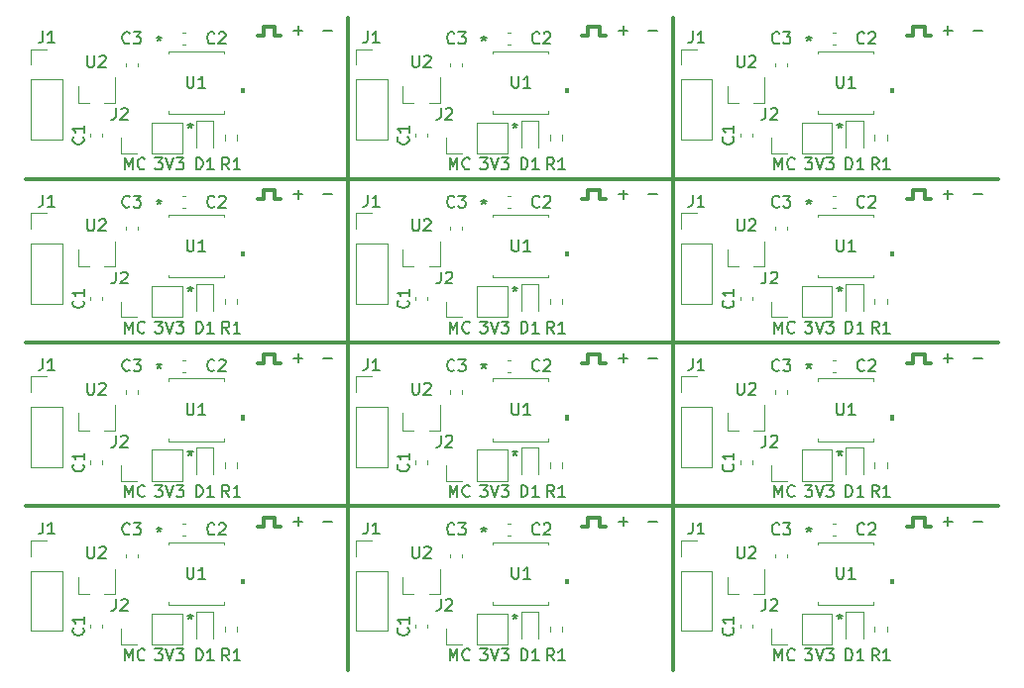
<source format=gbr>
G04 #@! TF.GenerationSoftware,KiCad,Pcbnew,(5.1.8)-1*
G04 #@! TF.CreationDate,2021-07-21T19:28:53-06:00*
G04 #@! TF.ProjectId,SBus-Decoder,53427573-2d44-4656-936f-6465722e6b69,rev?*
G04 #@! TF.SameCoordinates,Original*
G04 #@! TF.FileFunction,Legend,Top*
G04 #@! TF.FilePolarity,Positive*
%FSLAX46Y46*%
G04 Gerber Fmt 4.6, Leading zero omitted, Abs format (unit mm)*
G04 Created by KiCad (PCBNEW (5.1.8)-1) date 2021-07-21 19:28:53*
%MOMM*%
%LPD*%
G01*
G04 APERTURE LIST*
%ADD10C,0.300000*%
%ADD11C,0.160000*%
%ADD12C,0.150000*%
%ADD13C,0.120000*%
%ADD14C,0.100000*%
G04 APERTURE END LIST*
D10*
X126500000Y-80000000D02*
X126500000Y-79250000D01*
X127500000Y-79250000D02*
X127500000Y-80000000D01*
X126500000Y-65250000D02*
X127500000Y-65250000D01*
X127500000Y-94000000D02*
X128000000Y-94000000D01*
X126000000Y-66000000D02*
X126500000Y-66000000D01*
X126500000Y-93250000D02*
X127500000Y-93250000D01*
X126000000Y-94000000D02*
X126500000Y-94000000D01*
X106250000Y-64250000D02*
X133750000Y-64250000D01*
X127500000Y-66000000D02*
X128000000Y-66000000D01*
X126500000Y-52000000D02*
X126500000Y-51250000D01*
X106250000Y-92250000D02*
X133750000Y-92250000D01*
X126500000Y-79250000D02*
X127500000Y-79250000D01*
X126000000Y-80000000D02*
X126500000Y-80000000D01*
X126500000Y-66000000D02*
X126500000Y-65250000D01*
X127500000Y-80000000D02*
X128000000Y-80000000D01*
X126500000Y-94000000D02*
X126500000Y-93250000D01*
X127500000Y-93250000D02*
X127500000Y-94000000D01*
X127500000Y-51250000D02*
X127500000Y-52000000D01*
X106250000Y-78250000D02*
X133750000Y-78250000D01*
X127500000Y-65250000D02*
X127500000Y-66000000D01*
X127500000Y-52000000D02*
X128000000Y-52000000D01*
X126000000Y-52000000D02*
X126500000Y-52000000D01*
X126500000Y-51250000D02*
X127500000Y-51250000D01*
D11*
X129119047Y-51571428D02*
X129880952Y-51571428D01*
X129500000Y-51952380D02*
X129500000Y-51190476D01*
D12*
X120250000Y-101452380D02*
X120250000Y-101690476D01*
X120011904Y-101595238D02*
X120250000Y-101690476D01*
X120488095Y-101595238D01*
X120107142Y-101880952D02*
X120250000Y-101690476D01*
X120392857Y-101880952D01*
D11*
X129119047Y-79571428D02*
X129880952Y-79571428D01*
X129500000Y-79952380D02*
X129500000Y-79190476D01*
X117261904Y-104452380D02*
X117880952Y-104452380D01*
X117547619Y-104833333D01*
X117690476Y-104833333D01*
X117785714Y-104880952D01*
X117833333Y-104928571D01*
X117880952Y-105023809D01*
X117880952Y-105261904D01*
X117833333Y-105357142D01*
X117785714Y-105404761D01*
X117690476Y-105452380D01*
X117404761Y-105452380D01*
X117309523Y-105404761D01*
X117261904Y-105357142D01*
X118166666Y-104452380D02*
X118500000Y-105452380D01*
X118833333Y-104452380D01*
X119071428Y-104452380D02*
X119690476Y-104452380D01*
X119357142Y-104833333D01*
X119500000Y-104833333D01*
X119595238Y-104880952D01*
X119642857Y-104928571D01*
X119690476Y-105023809D01*
X119690476Y-105261904D01*
X119642857Y-105357142D01*
X119595238Y-105404761D01*
X119500000Y-105452380D01*
X119214285Y-105452380D01*
X119119047Y-105404761D01*
X119071428Y-105357142D01*
X129119047Y-93571428D02*
X129880952Y-93571428D01*
X129500000Y-93952380D02*
X129500000Y-93190476D01*
X131619047Y-93571428D02*
X132380952Y-93571428D01*
D12*
X120250000Y-59452380D02*
X120250000Y-59690476D01*
X120011904Y-59595238D02*
X120250000Y-59690476D01*
X120488095Y-59595238D01*
X120107142Y-59880952D02*
X120250000Y-59690476D01*
X120392857Y-59880952D01*
D11*
X131619047Y-65571428D02*
X132380952Y-65571428D01*
X114666666Y-63452380D02*
X114666666Y-62452380D01*
X115000000Y-63166666D01*
X115333333Y-62452380D01*
X115333333Y-63452380D01*
X116380952Y-63357142D02*
X116333333Y-63404761D01*
X116190476Y-63452380D01*
X116095238Y-63452380D01*
X115952380Y-63404761D01*
X115857142Y-63309523D01*
X115809523Y-63214285D01*
X115761904Y-63023809D01*
X115761904Y-62880952D01*
X115809523Y-62690476D01*
X115857142Y-62595238D01*
X115952380Y-62500000D01*
X116095238Y-62452380D01*
X116190476Y-62452380D01*
X116333333Y-62500000D01*
X116380952Y-62547619D01*
X114666666Y-77452380D02*
X114666666Y-76452380D01*
X115000000Y-77166666D01*
X115333333Y-76452380D01*
X115333333Y-77452380D01*
X116380952Y-77357142D02*
X116333333Y-77404761D01*
X116190476Y-77452380D01*
X116095238Y-77452380D01*
X115952380Y-77404761D01*
X115857142Y-77309523D01*
X115809523Y-77214285D01*
X115761904Y-77023809D01*
X115761904Y-76880952D01*
X115809523Y-76690476D01*
X115857142Y-76595238D01*
X115952380Y-76500000D01*
X116095238Y-76452380D01*
X116190476Y-76452380D01*
X116333333Y-76500000D01*
X116380952Y-76547619D01*
X114666666Y-105452380D02*
X114666666Y-104452380D01*
X115000000Y-105166666D01*
X115333333Y-104452380D01*
X115333333Y-105452380D01*
X116380952Y-105357142D02*
X116333333Y-105404761D01*
X116190476Y-105452380D01*
X116095238Y-105452380D01*
X115952380Y-105404761D01*
X115857142Y-105309523D01*
X115809523Y-105214285D01*
X115761904Y-105023809D01*
X115761904Y-104880952D01*
X115809523Y-104690476D01*
X115857142Y-104595238D01*
X115952380Y-104500000D01*
X116095238Y-104452380D01*
X116190476Y-104452380D01*
X116333333Y-104500000D01*
X116380952Y-104547619D01*
X129119047Y-65571428D02*
X129880952Y-65571428D01*
X129500000Y-65952380D02*
X129500000Y-65190476D01*
X117261904Y-90452380D02*
X117880952Y-90452380D01*
X117547619Y-90833333D01*
X117690476Y-90833333D01*
X117785714Y-90880952D01*
X117833333Y-90928571D01*
X117880952Y-91023809D01*
X117880952Y-91261904D01*
X117833333Y-91357142D01*
X117785714Y-91404761D01*
X117690476Y-91452380D01*
X117404761Y-91452380D01*
X117309523Y-91404761D01*
X117261904Y-91357142D01*
X118166666Y-90452380D02*
X118500000Y-91452380D01*
X118833333Y-90452380D01*
X119071428Y-90452380D02*
X119690476Y-90452380D01*
X119357142Y-90833333D01*
X119500000Y-90833333D01*
X119595238Y-90880952D01*
X119642857Y-90928571D01*
X119690476Y-91023809D01*
X119690476Y-91261904D01*
X119642857Y-91357142D01*
X119595238Y-91404761D01*
X119500000Y-91452380D01*
X119214285Y-91452380D01*
X119119047Y-91404761D01*
X119071428Y-91357142D01*
X131619047Y-51571428D02*
X132380952Y-51571428D01*
X117261904Y-62452380D02*
X117880952Y-62452380D01*
X117547619Y-62833333D01*
X117690476Y-62833333D01*
X117785714Y-62880952D01*
X117833333Y-62928571D01*
X117880952Y-63023809D01*
X117880952Y-63261904D01*
X117833333Y-63357142D01*
X117785714Y-63404761D01*
X117690476Y-63452380D01*
X117404761Y-63452380D01*
X117309523Y-63404761D01*
X117261904Y-63357142D01*
X118166666Y-62452380D02*
X118500000Y-63452380D01*
X118833333Y-62452380D01*
X119071428Y-62452380D02*
X119690476Y-62452380D01*
X119357142Y-62833333D01*
X119500000Y-62833333D01*
X119595238Y-62880952D01*
X119642857Y-62928571D01*
X119690476Y-63023809D01*
X119690476Y-63261904D01*
X119642857Y-63357142D01*
X119595238Y-63404761D01*
X119500000Y-63452380D01*
X119214285Y-63452380D01*
X119119047Y-63404761D01*
X119071428Y-63357142D01*
X114666666Y-91452380D02*
X114666666Y-90452380D01*
X115000000Y-91166666D01*
X115333333Y-90452380D01*
X115333333Y-91452380D01*
X116380952Y-91357142D02*
X116333333Y-91404761D01*
X116190476Y-91452380D01*
X116095238Y-91452380D01*
X115952380Y-91404761D01*
X115857142Y-91309523D01*
X115809523Y-91214285D01*
X115761904Y-91023809D01*
X115761904Y-90880952D01*
X115809523Y-90690476D01*
X115857142Y-90595238D01*
X115952380Y-90500000D01*
X116095238Y-90452380D01*
X116190476Y-90452380D01*
X116333333Y-90500000D01*
X116380952Y-90547619D01*
X117261904Y-76452380D02*
X117880952Y-76452380D01*
X117547619Y-76833333D01*
X117690476Y-76833333D01*
X117785714Y-76880952D01*
X117833333Y-76928571D01*
X117880952Y-77023809D01*
X117880952Y-77261904D01*
X117833333Y-77357142D01*
X117785714Y-77404761D01*
X117690476Y-77452380D01*
X117404761Y-77452380D01*
X117309523Y-77404761D01*
X117261904Y-77357142D01*
X118166666Y-76452380D02*
X118500000Y-77452380D01*
X118833333Y-76452380D01*
X119071428Y-76452380D02*
X119690476Y-76452380D01*
X119357142Y-76833333D01*
X119500000Y-76833333D01*
X119595238Y-76880952D01*
X119642857Y-76928571D01*
X119690476Y-77023809D01*
X119690476Y-77261904D01*
X119642857Y-77357142D01*
X119595238Y-77404761D01*
X119500000Y-77452380D01*
X119214285Y-77452380D01*
X119119047Y-77404761D01*
X119071428Y-77357142D01*
D12*
X120250000Y-73452380D02*
X120250000Y-73690476D01*
X120011904Y-73595238D02*
X120250000Y-73690476D01*
X120488095Y-73595238D01*
X120107142Y-73880952D02*
X120250000Y-73690476D01*
X120392857Y-73880952D01*
X120250000Y-87452380D02*
X120250000Y-87690476D01*
X120011904Y-87595238D02*
X120250000Y-87690476D01*
X120488095Y-87595238D01*
X120107142Y-87880952D02*
X120250000Y-87690476D01*
X120392857Y-87880952D01*
D11*
X131619047Y-79571428D02*
X132380952Y-79571428D01*
D10*
X98750000Y-52000000D02*
X98750000Y-51250000D01*
X98750000Y-79250000D02*
X99750000Y-79250000D01*
X99750000Y-79250000D02*
X99750000Y-80000000D01*
X98750000Y-65250000D02*
X99750000Y-65250000D01*
X98250000Y-66000000D02*
X98750000Y-66000000D01*
X99750000Y-66000000D02*
X100250000Y-66000000D01*
X78500000Y-64250000D02*
X122250000Y-64250000D01*
X106000000Y-50500000D02*
X106000000Y-106250000D01*
X98750000Y-80000000D02*
X98750000Y-79250000D01*
X98750000Y-66000000D02*
X98750000Y-65250000D01*
X98750000Y-93250000D02*
X99750000Y-93250000D01*
X98250000Y-94000000D02*
X98750000Y-94000000D01*
X99750000Y-94000000D02*
X100250000Y-94000000D01*
X78500000Y-92250000D02*
X122250000Y-92250000D01*
X98250000Y-80000000D02*
X98750000Y-80000000D01*
X99750000Y-80000000D02*
X100250000Y-80000000D01*
X98750000Y-94000000D02*
X98750000Y-93250000D01*
X78500000Y-78250000D02*
X122250000Y-78250000D01*
X99750000Y-93250000D02*
X99750000Y-94000000D01*
X99750000Y-65250000D02*
X99750000Y-66000000D01*
X98250000Y-52000000D02*
X98750000Y-52000000D01*
D11*
X86916666Y-105452380D02*
X86916666Y-104452380D01*
X87250000Y-105166666D01*
X87583333Y-104452380D01*
X87583333Y-105452380D01*
X88630952Y-105357142D02*
X88583333Y-105404761D01*
X88440476Y-105452380D01*
X88345238Y-105452380D01*
X88202380Y-105404761D01*
X88107142Y-105309523D01*
X88059523Y-105214285D01*
X88011904Y-105023809D01*
X88011904Y-104880952D01*
X88059523Y-104690476D01*
X88107142Y-104595238D01*
X88202380Y-104500000D01*
X88345238Y-104452380D01*
X88440476Y-104452380D01*
X88583333Y-104500000D01*
X88630952Y-104547619D01*
X103869047Y-93571428D02*
X104630952Y-93571428D01*
X86916666Y-91452380D02*
X86916666Y-90452380D01*
X87250000Y-91166666D01*
X87583333Y-90452380D01*
X87583333Y-91452380D01*
X88630952Y-91357142D02*
X88583333Y-91404761D01*
X88440476Y-91452380D01*
X88345238Y-91452380D01*
X88202380Y-91404761D01*
X88107142Y-91309523D01*
X88059523Y-91214285D01*
X88011904Y-91023809D01*
X88011904Y-90880952D01*
X88059523Y-90690476D01*
X88107142Y-90595238D01*
X88202380Y-90500000D01*
X88345238Y-90452380D01*
X88440476Y-90452380D01*
X88583333Y-90500000D01*
X88630952Y-90547619D01*
X101369047Y-93571428D02*
X102130952Y-93571428D01*
X101750000Y-93952380D02*
X101750000Y-93190476D01*
X103869047Y-79571428D02*
X104630952Y-79571428D01*
D12*
X92500000Y-87452380D02*
X92500000Y-87690476D01*
X92261904Y-87595238D02*
X92500000Y-87690476D01*
X92738095Y-87595238D01*
X92357142Y-87880952D02*
X92500000Y-87690476D01*
X92642857Y-87880952D01*
X92500000Y-101452380D02*
X92500000Y-101690476D01*
X92261904Y-101595238D02*
X92500000Y-101690476D01*
X92738095Y-101595238D01*
X92357142Y-101880952D02*
X92500000Y-101690476D01*
X92642857Y-101880952D01*
D11*
X89511904Y-104452380D02*
X90130952Y-104452380D01*
X89797619Y-104833333D01*
X89940476Y-104833333D01*
X90035714Y-104880952D01*
X90083333Y-104928571D01*
X90130952Y-105023809D01*
X90130952Y-105261904D01*
X90083333Y-105357142D01*
X90035714Y-105404761D01*
X89940476Y-105452380D01*
X89654761Y-105452380D01*
X89559523Y-105404761D01*
X89511904Y-105357142D01*
X90416666Y-104452380D02*
X90750000Y-105452380D01*
X91083333Y-104452380D01*
X91321428Y-104452380D02*
X91940476Y-104452380D01*
X91607142Y-104833333D01*
X91750000Y-104833333D01*
X91845238Y-104880952D01*
X91892857Y-104928571D01*
X91940476Y-105023809D01*
X91940476Y-105261904D01*
X91892857Y-105357142D01*
X91845238Y-105404761D01*
X91750000Y-105452380D01*
X91464285Y-105452380D01*
X91369047Y-105404761D01*
X91321428Y-105357142D01*
X89511904Y-90452380D02*
X90130952Y-90452380D01*
X89797619Y-90833333D01*
X89940476Y-90833333D01*
X90035714Y-90880952D01*
X90083333Y-90928571D01*
X90130952Y-91023809D01*
X90130952Y-91261904D01*
X90083333Y-91357142D01*
X90035714Y-91404761D01*
X89940476Y-91452380D01*
X89654761Y-91452380D01*
X89559523Y-91404761D01*
X89511904Y-91357142D01*
X90416666Y-90452380D02*
X90750000Y-91452380D01*
X91083333Y-90452380D01*
X91321428Y-90452380D02*
X91940476Y-90452380D01*
X91607142Y-90833333D01*
X91750000Y-90833333D01*
X91845238Y-90880952D01*
X91892857Y-90928571D01*
X91940476Y-91023809D01*
X91940476Y-91261904D01*
X91892857Y-91357142D01*
X91845238Y-91404761D01*
X91750000Y-91452380D01*
X91464285Y-91452380D01*
X91369047Y-91404761D01*
X91321428Y-91357142D01*
X101369047Y-79571428D02*
X102130952Y-79571428D01*
X101750000Y-79952380D02*
X101750000Y-79190476D01*
X103869047Y-65571428D02*
X104630952Y-65571428D01*
X103869047Y-51571428D02*
X104630952Y-51571428D01*
X86916666Y-63452380D02*
X86916666Y-62452380D01*
X87250000Y-63166666D01*
X87583333Y-62452380D01*
X87583333Y-63452380D01*
X88630952Y-63357142D02*
X88583333Y-63404761D01*
X88440476Y-63452380D01*
X88345238Y-63452380D01*
X88202380Y-63404761D01*
X88107142Y-63309523D01*
X88059523Y-63214285D01*
X88011904Y-63023809D01*
X88011904Y-62880952D01*
X88059523Y-62690476D01*
X88107142Y-62595238D01*
X88202380Y-62500000D01*
X88345238Y-62452380D01*
X88440476Y-62452380D01*
X88583333Y-62500000D01*
X88630952Y-62547619D01*
D12*
X92500000Y-59452380D02*
X92500000Y-59690476D01*
X92261904Y-59595238D02*
X92500000Y-59690476D01*
X92738095Y-59595238D01*
X92357142Y-59880952D02*
X92500000Y-59690476D01*
X92642857Y-59880952D01*
D11*
X86916666Y-77452380D02*
X86916666Y-76452380D01*
X87250000Y-77166666D01*
X87583333Y-76452380D01*
X87583333Y-77452380D01*
X88630952Y-77357142D02*
X88583333Y-77404761D01*
X88440476Y-77452380D01*
X88345238Y-77452380D01*
X88202380Y-77404761D01*
X88107142Y-77309523D01*
X88059523Y-77214285D01*
X88011904Y-77023809D01*
X88011904Y-76880952D01*
X88059523Y-76690476D01*
X88107142Y-76595238D01*
X88202380Y-76500000D01*
X88345238Y-76452380D01*
X88440476Y-76452380D01*
X88583333Y-76500000D01*
X88630952Y-76547619D01*
X89511904Y-76452380D02*
X90130952Y-76452380D01*
X89797619Y-76833333D01*
X89940476Y-76833333D01*
X90035714Y-76880952D01*
X90083333Y-76928571D01*
X90130952Y-77023809D01*
X90130952Y-77261904D01*
X90083333Y-77357142D01*
X90035714Y-77404761D01*
X89940476Y-77452380D01*
X89654761Y-77452380D01*
X89559523Y-77404761D01*
X89511904Y-77357142D01*
X90416666Y-76452380D02*
X90750000Y-77452380D01*
X91083333Y-76452380D01*
X91321428Y-76452380D02*
X91940476Y-76452380D01*
X91607142Y-76833333D01*
X91750000Y-76833333D01*
X91845238Y-76880952D01*
X91892857Y-76928571D01*
X91940476Y-77023809D01*
X91940476Y-77261904D01*
X91892857Y-77357142D01*
X91845238Y-77404761D01*
X91750000Y-77452380D01*
X91464285Y-77452380D01*
X91369047Y-77404761D01*
X91321428Y-77357142D01*
D12*
X92500000Y-73452380D02*
X92500000Y-73690476D01*
X92261904Y-73595238D02*
X92500000Y-73690476D01*
X92738095Y-73595238D01*
X92357142Y-73880952D02*
X92500000Y-73690476D01*
X92642857Y-73880952D01*
D11*
X89511904Y-62452380D02*
X90130952Y-62452380D01*
X89797619Y-62833333D01*
X89940476Y-62833333D01*
X90035714Y-62880952D01*
X90083333Y-62928571D01*
X90130952Y-63023809D01*
X90130952Y-63261904D01*
X90083333Y-63357142D01*
X90035714Y-63404761D01*
X89940476Y-63452380D01*
X89654761Y-63452380D01*
X89559523Y-63404761D01*
X89511904Y-63357142D01*
X90416666Y-62452380D02*
X90750000Y-63452380D01*
X91083333Y-62452380D01*
X91321428Y-62452380D02*
X91940476Y-62452380D01*
X91607142Y-62833333D01*
X91750000Y-62833333D01*
X91845238Y-62880952D01*
X91892857Y-62928571D01*
X91940476Y-63023809D01*
X91940476Y-63261904D01*
X91892857Y-63357142D01*
X91845238Y-63404761D01*
X91750000Y-63452380D01*
X91464285Y-63452380D01*
X91369047Y-63404761D01*
X91321428Y-63357142D01*
X101369047Y-65571428D02*
X102130952Y-65571428D01*
X101750000Y-65952380D02*
X101750000Y-65190476D01*
X101369047Y-51571428D02*
X102130952Y-51571428D01*
X101750000Y-51952380D02*
X101750000Y-51190476D01*
D10*
X99750000Y-52000000D02*
X100250000Y-52000000D01*
X98750000Y-51250000D02*
X99750000Y-51250000D01*
X99750000Y-51250000D02*
X99750000Y-52000000D01*
X78250000Y-50500000D02*
X78250000Y-106250000D01*
X71000000Y-80000000D02*
X71000000Y-79250000D01*
X71000000Y-93250000D02*
X72000000Y-93250000D01*
X70500000Y-94000000D02*
X71000000Y-94000000D01*
X72000000Y-94000000D02*
X72500000Y-94000000D01*
X50750000Y-92250000D02*
X94500000Y-92250000D01*
X71000000Y-94000000D02*
X71000000Y-93250000D01*
X72000000Y-93250000D02*
X72000000Y-94000000D01*
X70500000Y-80000000D02*
X71000000Y-80000000D01*
D11*
X76119047Y-93571428D02*
X76880952Y-93571428D01*
X76119047Y-79571428D02*
X76880952Y-79571428D01*
X59166666Y-91452380D02*
X59166666Y-90452380D01*
X59500000Y-91166666D01*
X59833333Y-90452380D01*
X59833333Y-91452380D01*
X60880952Y-91357142D02*
X60833333Y-91404761D01*
X60690476Y-91452380D01*
X60595238Y-91452380D01*
X60452380Y-91404761D01*
X60357142Y-91309523D01*
X60309523Y-91214285D01*
X60261904Y-91023809D01*
X60261904Y-90880952D01*
X60309523Y-90690476D01*
X60357142Y-90595238D01*
X60452380Y-90500000D01*
X60595238Y-90452380D01*
X60690476Y-90452380D01*
X60833333Y-90500000D01*
X60880952Y-90547619D01*
D12*
X64750000Y-87452380D02*
X64750000Y-87690476D01*
X64511904Y-87595238D02*
X64750000Y-87690476D01*
X64988095Y-87595238D01*
X64607142Y-87880952D02*
X64750000Y-87690476D01*
X64892857Y-87880952D01*
D11*
X59166666Y-105452380D02*
X59166666Y-104452380D01*
X59500000Y-105166666D01*
X59833333Y-104452380D01*
X59833333Y-105452380D01*
X60880952Y-105357142D02*
X60833333Y-105404761D01*
X60690476Y-105452380D01*
X60595238Y-105452380D01*
X60452380Y-105404761D01*
X60357142Y-105309523D01*
X60309523Y-105214285D01*
X60261904Y-105023809D01*
X60261904Y-104880952D01*
X60309523Y-104690476D01*
X60357142Y-104595238D01*
X60452380Y-104500000D01*
X60595238Y-104452380D01*
X60690476Y-104452380D01*
X60833333Y-104500000D01*
X60880952Y-104547619D01*
X61761904Y-104452380D02*
X62380952Y-104452380D01*
X62047619Y-104833333D01*
X62190476Y-104833333D01*
X62285714Y-104880952D01*
X62333333Y-104928571D01*
X62380952Y-105023809D01*
X62380952Y-105261904D01*
X62333333Y-105357142D01*
X62285714Y-105404761D01*
X62190476Y-105452380D01*
X61904761Y-105452380D01*
X61809523Y-105404761D01*
X61761904Y-105357142D01*
X62666666Y-104452380D02*
X63000000Y-105452380D01*
X63333333Y-104452380D01*
X63571428Y-104452380D02*
X64190476Y-104452380D01*
X63857142Y-104833333D01*
X64000000Y-104833333D01*
X64095238Y-104880952D01*
X64142857Y-104928571D01*
X64190476Y-105023809D01*
X64190476Y-105261904D01*
X64142857Y-105357142D01*
X64095238Y-105404761D01*
X64000000Y-105452380D01*
X63714285Y-105452380D01*
X63619047Y-105404761D01*
X63571428Y-105357142D01*
D12*
X64750000Y-101452380D02*
X64750000Y-101690476D01*
X64511904Y-101595238D02*
X64750000Y-101690476D01*
X64988095Y-101595238D01*
X64607142Y-101880952D02*
X64750000Y-101690476D01*
X64892857Y-101880952D01*
D11*
X61761904Y-90452380D02*
X62380952Y-90452380D01*
X62047619Y-90833333D01*
X62190476Y-90833333D01*
X62285714Y-90880952D01*
X62333333Y-90928571D01*
X62380952Y-91023809D01*
X62380952Y-91261904D01*
X62333333Y-91357142D01*
X62285714Y-91404761D01*
X62190476Y-91452380D01*
X61904761Y-91452380D01*
X61809523Y-91404761D01*
X61761904Y-91357142D01*
X62666666Y-90452380D02*
X63000000Y-91452380D01*
X63333333Y-90452380D01*
X63571428Y-90452380D02*
X64190476Y-90452380D01*
X63857142Y-90833333D01*
X64000000Y-90833333D01*
X64095238Y-90880952D01*
X64142857Y-90928571D01*
X64190476Y-91023809D01*
X64190476Y-91261904D01*
X64142857Y-91357142D01*
X64095238Y-91404761D01*
X64000000Y-91452380D01*
X63714285Y-91452380D01*
X63619047Y-91404761D01*
X63571428Y-91357142D01*
X73619047Y-93571428D02*
X74380952Y-93571428D01*
X74000000Y-93952380D02*
X74000000Y-93190476D01*
X73619047Y-79571428D02*
X74380952Y-79571428D01*
X74000000Y-79952380D02*
X74000000Y-79190476D01*
D10*
X72000000Y-80000000D02*
X72500000Y-80000000D01*
X71000000Y-79250000D02*
X72000000Y-79250000D01*
X72000000Y-79250000D02*
X72000000Y-80000000D01*
X71000000Y-66000000D02*
X71000000Y-65250000D01*
X50750000Y-78250000D02*
X94500000Y-78250000D01*
X70500000Y-66000000D02*
X71000000Y-66000000D01*
D11*
X76119047Y-65571428D02*
X76880952Y-65571428D01*
X59166666Y-77452380D02*
X59166666Y-76452380D01*
X59500000Y-77166666D01*
X59833333Y-76452380D01*
X59833333Y-77452380D01*
X60880952Y-77357142D02*
X60833333Y-77404761D01*
X60690476Y-77452380D01*
X60595238Y-77452380D01*
X60452380Y-77404761D01*
X60357142Y-77309523D01*
X60309523Y-77214285D01*
X60261904Y-77023809D01*
X60261904Y-76880952D01*
X60309523Y-76690476D01*
X60357142Y-76595238D01*
X60452380Y-76500000D01*
X60595238Y-76452380D01*
X60690476Y-76452380D01*
X60833333Y-76500000D01*
X60880952Y-76547619D01*
D12*
X64750000Y-73452380D02*
X64750000Y-73690476D01*
X64511904Y-73595238D02*
X64750000Y-73690476D01*
X64988095Y-73595238D01*
X64607142Y-73880952D02*
X64750000Y-73690476D01*
X64892857Y-73880952D01*
D11*
X61761904Y-76452380D02*
X62380952Y-76452380D01*
X62047619Y-76833333D01*
X62190476Y-76833333D01*
X62285714Y-76880952D01*
X62333333Y-76928571D01*
X62380952Y-77023809D01*
X62380952Y-77261904D01*
X62333333Y-77357142D01*
X62285714Y-77404761D01*
X62190476Y-77452380D01*
X61904761Y-77452380D01*
X61809523Y-77404761D01*
X61761904Y-77357142D01*
X62666666Y-76452380D02*
X63000000Y-77452380D01*
X63333333Y-76452380D01*
X63571428Y-76452380D02*
X64190476Y-76452380D01*
X63857142Y-76833333D01*
X64000000Y-76833333D01*
X64095238Y-76880952D01*
X64142857Y-76928571D01*
X64190476Y-77023809D01*
X64190476Y-77261904D01*
X64142857Y-77357142D01*
X64095238Y-77404761D01*
X64000000Y-77452380D01*
X63714285Y-77452380D01*
X63619047Y-77404761D01*
X63571428Y-77357142D01*
X73619047Y-65571428D02*
X74380952Y-65571428D01*
X74000000Y-65952380D02*
X74000000Y-65190476D01*
D10*
X72000000Y-66000000D02*
X72500000Y-66000000D01*
X71000000Y-65250000D02*
X72000000Y-65250000D01*
X72000000Y-65250000D02*
X72000000Y-66000000D01*
X50750000Y-64250000D02*
X94500000Y-64250000D01*
D11*
X61761904Y-62452380D02*
X62380952Y-62452380D01*
X62047619Y-62833333D01*
X62190476Y-62833333D01*
X62285714Y-62880952D01*
X62333333Y-62928571D01*
X62380952Y-63023809D01*
X62380952Y-63261904D01*
X62333333Y-63357142D01*
X62285714Y-63404761D01*
X62190476Y-63452380D01*
X61904761Y-63452380D01*
X61809523Y-63404761D01*
X61761904Y-63357142D01*
X62666666Y-62452380D02*
X63000000Y-63452380D01*
X63333333Y-62452380D01*
X63571428Y-62452380D02*
X64190476Y-62452380D01*
X63857142Y-62833333D01*
X64000000Y-62833333D01*
X64095238Y-62880952D01*
X64142857Y-62928571D01*
X64190476Y-63023809D01*
X64190476Y-63261904D01*
X64142857Y-63357142D01*
X64095238Y-63404761D01*
X64000000Y-63452380D01*
X63714285Y-63452380D01*
X63619047Y-63404761D01*
X63571428Y-63357142D01*
X59166666Y-63452380D02*
X59166666Y-62452380D01*
X59500000Y-63166666D01*
X59833333Y-62452380D01*
X59833333Y-63452380D01*
X60880952Y-63357142D02*
X60833333Y-63404761D01*
X60690476Y-63452380D01*
X60595238Y-63452380D01*
X60452380Y-63404761D01*
X60357142Y-63309523D01*
X60309523Y-63214285D01*
X60261904Y-63023809D01*
X60261904Y-62880952D01*
X60309523Y-62690476D01*
X60357142Y-62595238D01*
X60452380Y-62500000D01*
X60595238Y-62452380D01*
X60690476Y-62452380D01*
X60833333Y-62500000D01*
X60880952Y-62547619D01*
X76119047Y-51571428D02*
X76880952Y-51571428D01*
X73619047Y-51571428D02*
X74380952Y-51571428D01*
X74000000Y-51952380D02*
X74000000Y-51190476D01*
D10*
X72000000Y-52000000D02*
X72500000Y-52000000D01*
X72000000Y-51250000D02*
X72000000Y-52000000D01*
X71000000Y-51250000D02*
X72000000Y-51250000D01*
X71000000Y-52000000D02*
X71000000Y-51250000D01*
X70500000Y-52000000D02*
X71000000Y-52000000D01*
D12*
X64750000Y-59452380D02*
X64750000Y-59690476D01*
X64511904Y-59595238D02*
X64750000Y-59690476D01*
X64988095Y-59595238D01*
X64607142Y-59880952D02*
X64750000Y-59690476D01*
X64892857Y-59880952D01*
D13*
X122235000Y-103550000D02*
X122235000Y-101265000D01*
X122235000Y-101265000D02*
X120765000Y-101265000D01*
X120765000Y-101265000D02*
X120765000Y-103550000D01*
X119580000Y-104080000D02*
X119580000Y-101420000D01*
X116980000Y-104080000D02*
X119580000Y-104080000D01*
X116980000Y-101420000D02*
X119580000Y-101420000D01*
X116980000Y-104080000D02*
X116980000Y-101420000D01*
X115710000Y-104080000D02*
X114380000Y-104080000D01*
X114380000Y-104080000D02*
X114380000Y-102750000D01*
X119890580Y-79740000D02*
X119609420Y-79740000D01*
X119890580Y-80760000D02*
X119609420Y-80760000D01*
X124272500Y-74987258D02*
X124272500Y-74512742D01*
X123227500Y-74987258D02*
X123227500Y-74512742D01*
X115760000Y-96359420D02*
X115760000Y-96640580D01*
X114740000Y-96359420D02*
X114740000Y-96640580D01*
X111740000Y-88359420D02*
X111740000Y-88640580D01*
X112760000Y-88359420D02*
X112760000Y-88640580D01*
D14*
G36*
X124814000Y-98459499D02*
G01*
X124814000Y-98840499D01*
X124560000Y-98840499D01*
X124560000Y-98459499D01*
X124814000Y-98459499D01*
G37*
X124814000Y-98459499D02*
X124814000Y-98840499D01*
X124560000Y-98840499D01*
X124560000Y-98459499D01*
X124814000Y-98459499D01*
D13*
X123124900Y-95539461D02*
X123124900Y-95320300D01*
X118375100Y-100460539D02*
X118375100Y-100679700D01*
X118375100Y-95320300D02*
X118375100Y-95539459D01*
X123124900Y-95320300D02*
X118375100Y-95320300D01*
X123124900Y-100679700D02*
X123124900Y-100460541D01*
X118375100Y-100679700D02*
X123124900Y-100679700D01*
X120765000Y-73265000D02*
X120765000Y-75550000D01*
X122235000Y-73265000D02*
X120765000Y-73265000D01*
X122235000Y-75550000D02*
X122235000Y-73265000D01*
X110670000Y-85760000D02*
X110670000Y-84300000D01*
X113830000Y-85760000D02*
X113830000Y-83600000D01*
X113830000Y-85760000D02*
X112900000Y-85760000D01*
X110670000Y-85760000D02*
X111600000Y-85760000D01*
X114740000Y-82359420D02*
X114740000Y-82640580D01*
X115760000Y-82359420D02*
X115760000Y-82640580D01*
X115760000Y-54359420D02*
X115760000Y-54640580D01*
X114740000Y-54359420D02*
X114740000Y-54640580D01*
X112760000Y-102359420D02*
X112760000Y-102640580D01*
X111740000Y-102359420D02*
X111740000Y-102640580D01*
X114380000Y-90080000D02*
X114380000Y-88750000D01*
X115710000Y-90080000D02*
X114380000Y-90080000D01*
X116980000Y-90080000D02*
X116980000Y-87420000D01*
X116980000Y-87420000D02*
X119580000Y-87420000D01*
X116980000Y-90080000D02*
X119580000Y-90080000D01*
X119580000Y-90080000D02*
X119580000Y-87420000D01*
X118375100Y-86679700D02*
X123124900Y-86679700D01*
X123124900Y-86679700D02*
X123124900Y-86460541D01*
X123124900Y-81320300D02*
X118375100Y-81320300D01*
X118375100Y-81320300D02*
X118375100Y-81539459D01*
X118375100Y-86460539D02*
X118375100Y-86679700D01*
X123124900Y-81539461D02*
X123124900Y-81320300D01*
D14*
G36*
X124814000Y-84459499D02*
G01*
X124814000Y-84840499D01*
X124560000Y-84840499D01*
X124560000Y-84459499D01*
X124814000Y-84459499D01*
G37*
X124814000Y-84459499D02*
X124814000Y-84840499D01*
X124560000Y-84840499D01*
X124560000Y-84459499D01*
X124814000Y-84459499D01*
D13*
X110670000Y-99760000D02*
X111600000Y-99760000D01*
X113830000Y-99760000D02*
X112900000Y-99760000D01*
X113830000Y-99760000D02*
X113830000Y-97600000D01*
X110670000Y-99760000D02*
X110670000Y-98300000D01*
X106670000Y-74910000D02*
X109330000Y-74910000D01*
X106670000Y-69770000D02*
X106670000Y-74910000D01*
X109330000Y-69770000D02*
X109330000Y-74910000D01*
X106670000Y-69770000D02*
X109330000Y-69770000D01*
X106670000Y-68500000D02*
X106670000Y-67170000D01*
X106670000Y-67170000D02*
X108000000Y-67170000D01*
X119890580Y-94760000D02*
X119609420Y-94760000D01*
X119890580Y-93740000D02*
X119609420Y-93740000D01*
X123227500Y-60987258D02*
X123227500Y-60512742D01*
X124272500Y-60987258D02*
X124272500Y-60512742D01*
X106670000Y-53170000D02*
X108000000Y-53170000D01*
X106670000Y-54500000D02*
X106670000Y-53170000D01*
X106670000Y-55770000D02*
X109330000Y-55770000D01*
X109330000Y-55770000D02*
X109330000Y-60910000D01*
X106670000Y-55770000D02*
X106670000Y-60910000D01*
X106670000Y-60910000D02*
X109330000Y-60910000D01*
X122235000Y-61550000D02*
X122235000Y-59265000D01*
X122235000Y-59265000D02*
X120765000Y-59265000D01*
X120765000Y-59265000D02*
X120765000Y-61550000D01*
X119580000Y-62080000D02*
X119580000Y-59420000D01*
X116980000Y-62080000D02*
X119580000Y-62080000D01*
X116980000Y-59420000D02*
X119580000Y-59420000D01*
X116980000Y-62080000D02*
X116980000Y-59420000D01*
X115710000Y-62080000D02*
X114380000Y-62080000D01*
X114380000Y-62080000D02*
X114380000Y-60750000D01*
X123227500Y-102987258D02*
X123227500Y-102512742D01*
X124272500Y-102987258D02*
X124272500Y-102512742D01*
X114380000Y-76080000D02*
X114380000Y-74750000D01*
X115710000Y-76080000D02*
X114380000Y-76080000D01*
X116980000Y-76080000D02*
X116980000Y-73420000D01*
X116980000Y-73420000D02*
X119580000Y-73420000D01*
X116980000Y-76080000D02*
X119580000Y-76080000D01*
X119580000Y-76080000D02*
X119580000Y-73420000D01*
X119890580Y-52760000D02*
X119609420Y-52760000D01*
X119890580Y-51740000D02*
X119609420Y-51740000D01*
X110670000Y-57760000D02*
X111600000Y-57760000D01*
X113830000Y-57760000D02*
X112900000Y-57760000D01*
X113830000Y-57760000D02*
X113830000Y-55600000D01*
X110670000Y-57760000D02*
X110670000Y-56300000D01*
X110670000Y-71760000D02*
X110670000Y-70300000D01*
X113830000Y-71760000D02*
X113830000Y-69600000D01*
X113830000Y-71760000D02*
X112900000Y-71760000D01*
X110670000Y-71760000D02*
X111600000Y-71760000D01*
X119890580Y-65740000D02*
X119609420Y-65740000D01*
X119890580Y-66760000D02*
X119609420Y-66760000D01*
D14*
G36*
X124814000Y-56459499D02*
G01*
X124814000Y-56840499D01*
X124560000Y-56840499D01*
X124560000Y-56459499D01*
X124814000Y-56459499D01*
G37*
X124814000Y-56459499D02*
X124814000Y-56840499D01*
X124560000Y-56840499D01*
X124560000Y-56459499D01*
X124814000Y-56459499D01*
D13*
X123124900Y-53539461D02*
X123124900Y-53320300D01*
X118375100Y-58460539D02*
X118375100Y-58679700D01*
X118375100Y-53320300D02*
X118375100Y-53539459D01*
X123124900Y-53320300D02*
X118375100Y-53320300D01*
X123124900Y-58679700D02*
X123124900Y-58460541D01*
X118375100Y-58679700D02*
X123124900Y-58679700D01*
X120765000Y-87265000D02*
X120765000Y-89550000D01*
X122235000Y-87265000D02*
X120765000Y-87265000D01*
X122235000Y-89550000D02*
X122235000Y-87265000D01*
X112760000Y-60359420D02*
X112760000Y-60640580D01*
X111740000Y-60359420D02*
X111740000Y-60640580D01*
X106670000Y-88910000D02*
X109330000Y-88910000D01*
X106670000Y-83770000D02*
X106670000Y-88910000D01*
X109330000Y-83770000D02*
X109330000Y-88910000D01*
X106670000Y-83770000D02*
X109330000Y-83770000D01*
X106670000Y-82500000D02*
X106670000Y-81170000D01*
X106670000Y-81170000D02*
X108000000Y-81170000D01*
X114740000Y-68359420D02*
X114740000Y-68640580D01*
X115760000Y-68359420D02*
X115760000Y-68640580D01*
X111740000Y-74359420D02*
X111740000Y-74640580D01*
X112760000Y-74359420D02*
X112760000Y-74640580D01*
X118375100Y-72679700D02*
X123124900Y-72679700D01*
X123124900Y-72679700D02*
X123124900Y-72460541D01*
X123124900Y-67320300D02*
X118375100Y-67320300D01*
X118375100Y-67320300D02*
X118375100Y-67539459D01*
X118375100Y-72460539D02*
X118375100Y-72679700D01*
X123124900Y-67539461D02*
X123124900Y-67320300D01*
D14*
G36*
X124814000Y-70459499D02*
G01*
X124814000Y-70840499D01*
X124560000Y-70840499D01*
X124560000Y-70459499D01*
X124814000Y-70459499D01*
G37*
X124814000Y-70459499D02*
X124814000Y-70840499D01*
X124560000Y-70840499D01*
X124560000Y-70459499D01*
X124814000Y-70459499D01*
D13*
X106670000Y-95170000D02*
X108000000Y-95170000D01*
X106670000Y-96500000D02*
X106670000Y-95170000D01*
X106670000Y-97770000D02*
X109330000Y-97770000D01*
X109330000Y-97770000D02*
X109330000Y-102910000D01*
X106670000Y-97770000D02*
X106670000Y-102910000D01*
X106670000Y-102910000D02*
X109330000Y-102910000D01*
X124272500Y-88987258D02*
X124272500Y-88512742D01*
X123227500Y-88987258D02*
X123227500Y-88512742D01*
X93015000Y-59265000D02*
X93015000Y-61550000D01*
X94485000Y-59265000D02*
X93015000Y-59265000D01*
X94485000Y-61550000D02*
X94485000Y-59265000D01*
X96522500Y-60987258D02*
X96522500Y-60512742D01*
X95477500Y-60987258D02*
X95477500Y-60512742D01*
X78920000Y-60910000D02*
X81580000Y-60910000D01*
X78920000Y-55770000D02*
X78920000Y-60910000D01*
X81580000Y-55770000D02*
X81580000Y-60910000D01*
X78920000Y-55770000D02*
X81580000Y-55770000D01*
X78920000Y-54500000D02*
X78920000Y-53170000D01*
X78920000Y-53170000D02*
X80250000Y-53170000D01*
X91830000Y-90080000D02*
X91830000Y-87420000D01*
X89230000Y-90080000D02*
X91830000Y-90080000D01*
X89230000Y-87420000D02*
X91830000Y-87420000D01*
X89230000Y-90080000D02*
X89230000Y-87420000D01*
X87960000Y-90080000D02*
X86630000Y-90080000D01*
X86630000Y-90080000D02*
X86630000Y-88750000D01*
X95477500Y-74987258D02*
X95477500Y-74512742D01*
X96522500Y-74987258D02*
X96522500Y-74512742D01*
X78920000Y-67170000D02*
X80250000Y-67170000D01*
X78920000Y-68500000D02*
X78920000Y-67170000D01*
X78920000Y-69770000D02*
X81580000Y-69770000D01*
X81580000Y-69770000D02*
X81580000Y-74910000D01*
X78920000Y-69770000D02*
X78920000Y-74910000D01*
X78920000Y-74910000D02*
X81580000Y-74910000D01*
X86990000Y-96359420D02*
X86990000Y-96640580D01*
X88010000Y-96359420D02*
X88010000Y-96640580D01*
X92140580Y-93740000D02*
X91859420Y-93740000D01*
X92140580Y-94760000D02*
X91859420Y-94760000D01*
X93015000Y-101265000D02*
X93015000Y-103550000D01*
X94485000Y-101265000D02*
X93015000Y-101265000D01*
X94485000Y-103550000D02*
X94485000Y-101265000D01*
X86630000Y-104080000D02*
X86630000Y-102750000D01*
X87960000Y-104080000D02*
X86630000Y-104080000D01*
X89230000Y-104080000D02*
X89230000Y-101420000D01*
X89230000Y-101420000D02*
X91830000Y-101420000D01*
X89230000Y-104080000D02*
X91830000Y-104080000D01*
X91830000Y-104080000D02*
X91830000Y-101420000D01*
X85010000Y-88359420D02*
X85010000Y-88640580D01*
X83990000Y-88359420D02*
X83990000Y-88640580D01*
X83990000Y-102359420D02*
X83990000Y-102640580D01*
X85010000Y-102359420D02*
X85010000Y-102640580D01*
X92140580Y-80760000D02*
X91859420Y-80760000D01*
X92140580Y-79740000D02*
X91859420Y-79740000D01*
X90625100Y-100679700D02*
X95374900Y-100679700D01*
X95374900Y-100679700D02*
X95374900Y-100460541D01*
X95374900Y-95320300D02*
X90625100Y-95320300D01*
X90625100Y-95320300D02*
X90625100Y-95539459D01*
X90625100Y-100460539D02*
X90625100Y-100679700D01*
X95374900Y-95539461D02*
X95374900Y-95320300D01*
D14*
G36*
X97064000Y-98459499D02*
G01*
X97064000Y-98840499D01*
X96810000Y-98840499D01*
X96810000Y-98459499D01*
X97064000Y-98459499D01*
G37*
X97064000Y-98459499D02*
X97064000Y-98840499D01*
X96810000Y-98840499D01*
X96810000Y-98459499D01*
X97064000Y-98459499D01*
D13*
X94485000Y-75550000D02*
X94485000Y-73265000D01*
X94485000Y-73265000D02*
X93015000Y-73265000D01*
X93015000Y-73265000D02*
X93015000Y-75550000D01*
X82920000Y-85760000D02*
X83850000Y-85760000D01*
X86080000Y-85760000D02*
X85150000Y-85760000D01*
X86080000Y-85760000D02*
X86080000Y-83600000D01*
X82920000Y-85760000D02*
X82920000Y-84300000D01*
D14*
G36*
X97064000Y-84459499D02*
G01*
X97064000Y-84840499D01*
X96810000Y-84840499D01*
X96810000Y-84459499D01*
X97064000Y-84459499D01*
G37*
X97064000Y-84459499D02*
X97064000Y-84840499D01*
X96810000Y-84840499D01*
X96810000Y-84459499D01*
X97064000Y-84459499D01*
D13*
X95374900Y-81539461D02*
X95374900Y-81320300D01*
X90625100Y-86460539D02*
X90625100Y-86679700D01*
X90625100Y-81320300D02*
X90625100Y-81539459D01*
X95374900Y-81320300D02*
X90625100Y-81320300D01*
X95374900Y-86679700D02*
X95374900Y-86460541D01*
X90625100Y-86679700D02*
X95374900Y-86679700D01*
X82920000Y-99760000D02*
X82920000Y-98300000D01*
X86080000Y-99760000D02*
X86080000Y-97600000D01*
X86080000Y-99760000D02*
X85150000Y-99760000D01*
X82920000Y-99760000D02*
X83850000Y-99760000D01*
X88010000Y-82359420D02*
X88010000Y-82640580D01*
X86990000Y-82359420D02*
X86990000Y-82640580D01*
X86990000Y-54359420D02*
X86990000Y-54640580D01*
X88010000Y-54359420D02*
X88010000Y-54640580D01*
X82920000Y-71760000D02*
X83850000Y-71760000D01*
X86080000Y-71760000D02*
X85150000Y-71760000D01*
X86080000Y-71760000D02*
X86080000Y-69600000D01*
X82920000Y-71760000D02*
X82920000Y-70300000D01*
X92140580Y-66760000D02*
X91859420Y-66760000D01*
X92140580Y-65740000D02*
X91859420Y-65740000D01*
X83990000Y-60359420D02*
X83990000Y-60640580D01*
X85010000Y-60359420D02*
X85010000Y-60640580D01*
X88010000Y-68359420D02*
X88010000Y-68640580D01*
X86990000Y-68359420D02*
X86990000Y-68640580D01*
X85010000Y-74359420D02*
X85010000Y-74640580D01*
X83990000Y-74359420D02*
X83990000Y-74640580D01*
D14*
G36*
X97064000Y-70459499D02*
G01*
X97064000Y-70840499D01*
X96810000Y-70840499D01*
X96810000Y-70459499D01*
X97064000Y-70459499D01*
G37*
X97064000Y-70459499D02*
X97064000Y-70840499D01*
X96810000Y-70840499D01*
X96810000Y-70459499D01*
X97064000Y-70459499D01*
D13*
X95374900Y-67539461D02*
X95374900Y-67320300D01*
X90625100Y-72460539D02*
X90625100Y-72679700D01*
X90625100Y-67320300D02*
X90625100Y-67539459D01*
X95374900Y-67320300D02*
X90625100Y-67320300D01*
X95374900Y-72679700D02*
X95374900Y-72460541D01*
X90625100Y-72679700D02*
X95374900Y-72679700D01*
X91830000Y-76080000D02*
X91830000Y-73420000D01*
X89230000Y-76080000D02*
X91830000Y-76080000D01*
X89230000Y-73420000D02*
X91830000Y-73420000D01*
X89230000Y-76080000D02*
X89230000Y-73420000D01*
X87960000Y-76080000D02*
X86630000Y-76080000D01*
X86630000Y-76080000D02*
X86630000Y-74750000D01*
X92140580Y-51740000D02*
X91859420Y-51740000D01*
X92140580Y-52760000D02*
X91859420Y-52760000D01*
X94485000Y-89550000D02*
X94485000Y-87265000D01*
X94485000Y-87265000D02*
X93015000Y-87265000D01*
X93015000Y-87265000D02*
X93015000Y-89550000D01*
X78920000Y-81170000D02*
X80250000Y-81170000D01*
X78920000Y-82500000D02*
X78920000Y-81170000D01*
X78920000Y-83770000D02*
X81580000Y-83770000D01*
X81580000Y-83770000D02*
X81580000Y-88910000D01*
X78920000Y-83770000D02*
X78920000Y-88910000D01*
X78920000Y-88910000D02*
X81580000Y-88910000D01*
X78920000Y-102910000D02*
X81580000Y-102910000D01*
X78920000Y-97770000D02*
X78920000Y-102910000D01*
X81580000Y-97770000D02*
X81580000Y-102910000D01*
X78920000Y-97770000D02*
X81580000Y-97770000D01*
X78920000Y-96500000D02*
X78920000Y-95170000D01*
X78920000Y-95170000D02*
X80250000Y-95170000D01*
X95477500Y-88987258D02*
X95477500Y-88512742D01*
X96522500Y-88987258D02*
X96522500Y-88512742D01*
X96522500Y-102987258D02*
X96522500Y-102512742D01*
X95477500Y-102987258D02*
X95477500Y-102512742D01*
X82920000Y-57760000D02*
X82920000Y-56300000D01*
X86080000Y-57760000D02*
X86080000Y-55600000D01*
X86080000Y-57760000D02*
X85150000Y-57760000D01*
X82920000Y-57760000D02*
X83850000Y-57760000D01*
X90625100Y-58679700D02*
X95374900Y-58679700D01*
X95374900Y-58679700D02*
X95374900Y-58460541D01*
X95374900Y-53320300D02*
X90625100Y-53320300D01*
X90625100Y-53320300D02*
X90625100Y-53539459D01*
X90625100Y-58460539D02*
X90625100Y-58679700D01*
X95374900Y-53539461D02*
X95374900Y-53320300D01*
D14*
G36*
X97064000Y-56459499D02*
G01*
X97064000Y-56840499D01*
X96810000Y-56840499D01*
X96810000Y-56459499D01*
X97064000Y-56459499D01*
G37*
X97064000Y-56459499D02*
X97064000Y-56840499D01*
X96810000Y-56840499D01*
X96810000Y-56459499D01*
X97064000Y-56459499D01*
D13*
X86630000Y-62080000D02*
X86630000Y-60750000D01*
X87960000Y-62080000D02*
X86630000Y-62080000D01*
X89230000Y-62080000D02*
X89230000Y-59420000D01*
X89230000Y-59420000D02*
X91830000Y-59420000D01*
X89230000Y-62080000D02*
X91830000Y-62080000D01*
X91830000Y-62080000D02*
X91830000Y-59420000D01*
X65265000Y-87265000D02*
X65265000Y-89550000D01*
X66735000Y-87265000D02*
X65265000Y-87265000D01*
X66735000Y-89550000D02*
X66735000Y-87265000D01*
X68772500Y-88987258D02*
X68772500Y-88512742D01*
X67727500Y-88987258D02*
X67727500Y-88512742D01*
X51170000Y-88910000D02*
X53830000Y-88910000D01*
X51170000Y-83770000D02*
X51170000Y-88910000D01*
X53830000Y-83770000D02*
X53830000Y-88910000D01*
X51170000Y-83770000D02*
X53830000Y-83770000D01*
X51170000Y-82500000D02*
X51170000Y-81170000D01*
X51170000Y-81170000D02*
X52500000Y-81170000D01*
X67727500Y-102987258D02*
X67727500Y-102512742D01*
X68772500Y-102987258D02*
X68772500Y-102512742D01*
X51170000Y-95170000D02*
X52500000Y-95170000D01*
X51170000Y-96500000D02*
X51170000Y-95170000D01*
X51170000Y-97770000D02*
X53830000Y-97770000D01*
X53830000Y-97770000D02*
X53830000Y-102910000D01*
X51170000Y-97770000D02*
X51170000Y-102910000D01*
X51170000Y-102910000D02*
X53830000Y-102910000D01*
X66735000Y-103550000D02*
X66735000Y-101265000D01*
X66735000Y-101265000D02*
X65265000Y-101265000D01*
X65265000Y-101265000D02*
X65265000Y-103550000D01*
X59240000Y-82359420D02*
X59240000Y-82640580D01*
X60260000Y-82359420D02*
X60260000Y-82640580D01*
X55170000Y-99760000D02*
X56100000Y-99760000D01*
X58330000Y-99760000D02*
X57400000Y-99760000D01*
X58330000Y-99760000D02*
X58330000Y-97600000D01*
X55170000Y-99760000D02*
X55170000Y-98300000D01*
X64390580Y-94760000D02*
X64109420Y-94760000D01*
X64390580Y-93740000D02*
X64109420Y-93740000D01*
X56240000Y-88359420D02*
X56240000Y-88640580D01*
X57260000Y-88359420D02*
X57260000Y-88640580D01*
X60260000Y-96359420D02*
X60260000Y-96640580D01*
X59240000Y-96359420D02*
X59240000Y-96640580D01*
X57260000Y-102359420D02*
X57260000Y-102640580D01*
X56240000Y-102359420D02*
X56240000Y-102640580D01*
D14*
G36*
X69314000Y-98459499D02*
G01*
X69314000Y-98840499D01*
X69060000Y-98840499D01*
X69060000Y-98459499D01*
X69314000Y-98459499D01*
G37*
X69314000Y-98459499D02*
X69314000Y-98840499D01*
X69060000Y-98840499D01*
X69060000Y-98459499D01*
X69314000Y-98459499D01*
D13*
X67624900Y-95539461D02*
X67624900Y-95320300D01*
X62875100Y-100460539D02*
X62875100Y-100679700D01*
X62875100Y-95320300D02*
X62875100Y-95539459D01*
X67624900Y-95320300D02*
X62875100Y-95320300D01*
X67624900Y-100679700D02*
X67624900Y-100460541D01*
X62875100Y-100679700D02*
X67624900Y-100679700D01*
X64080000Y-104080000D02*
X64080000Y-101420000D01*
X61480000Y-104080000D02*
X64080000Y-104080000D01*
X61480000Y-101420000D02*
X64080000Y-101420000D01*
X61480000Y-104080000D02*
X61480000Y-101420000D01*
X60210000Y-104080000D02*
X58880000Y-104080000D01*
X58880000Y-104080000D02*
X58880000Y-102750000D01*
X64390580Y-79740000D02*
X64109420Y-79740000D01*
X64390580Y-80760000D02*
X64109420Y-80760000D01*
X55170000Y-85760000D02*
X55170000Y-84300000D01*
X58330000Y-85760000D02*
X58330000Y-83600000D01*
X58330000Y-85760000D02*
X57400000Y-85760000D01*
X55170000Y-85760000D02*
X56100000Y-85760000D01*
X62875100Y-86679700D02*
X67624900Y-86679700D01*
X67624900Y-86679700D02*
X67624900Y-86460541D01*
X67624900Y-81320300D02*
X62875100Y-81320300D01*
X62875100Y-81320300D02*
X62875100Y-81539459D01*
X62875100Y-86460539D02*
X62875100Y-86679700D01*
X67624900Y-81539461D02*
X67624900Y-81320300D01*
D14*
G36*
X69314000Y-84459499D02*
G01*
X69314000Y-84840499D01*
X69060000Y-84840499D01*
X69060000Y-84459499D01*
X69314000Y-84459499D01*
G37*
X69314000Y-84459499D02*
X69314000Y-84840499D01*
X69060000Y-84840499D01*
X69060000Y-84459499D01*
X69314000Y-84459499D01*
D13*
X58880000Y-90080000D02*
X58880000Y-88750000D01*
X60210000Y-90080000D02*
X58880000Y-90080000D01*
X61480000Y-90080000D02*
X61480000Y-87420000D01*
X61480000Y-87420000D02*
X64080000Y-87420000D01*
X61480000Y-90080000D02*
X64080000Y-90080000D01*
X64080000Y-90080000D02*
X64080000Y-87420000D01*
X65265000Y-73265000D02*
X65265000Y-75550000D01*
X66735000Y-73265000D02*
X65265000Y-73265000D01*
X66735000Y-75550000D02*
X66735000Y-73265000D01*
X68772500Y-74987258D02*
X68772500Y-74512742D01*
X67727500Y-74987258D02*
X67727500Y-74512742D01*
X51170000Y-74910000D02*
X53830000Y-74910000D01*
X51170000Y-69770000D02*
X51170000Y-74910000D01*
X53830000Y-69770000D02*
X53830000Y-74910000D01*
X51170000Y-69770000D02*
X53830000Y-69770000D01*
X51170000Y-68500000D02*
X51170000Y-67170000D01*
X51170000Y-67170000D02*
X52500000Y-67170000D01*
X59240000Y-68359420D02*
X59240000Y-68640580D01*
X60260000Y-68359420D02*
X60260000Y-68640580D01*
X56240000Y-74359420D02*
X56240000Y-74640580D01*
X57260000Y-74359420D02*
X57260000Y-74640580D01*
X64390580Y-65740000D02*
X64109420Y-65740000D01*
X64390580Y-66760000D02*
X64109420Y-66760000D01*
X55170000Y-71760000D02*
X55170000Y-70300000D01*
X58330000Y-71760000D02*
X58330000Y-69600000D01*
X58330000Y-71760000D02*
X57400000Y-71760000D01*
X55170000Y-71760000D02*
X56100000Y-71760000D01*
X62875100Y-72679700D02*
X67624900Y-72679700D01*
X67624900Y-72679700D02*
X67624900Y-72460541D01*
X67624900Y-67320300D02*
X62875100Y-67320300D01*
X62875100Y-67320300D02*
X62875100Y-67539459D01*
X62875100Y-72460539D02*
X62875100Y-72679700D01*
X67624900Y-67539461D02*
X67624900Y-67320300D01*
D14*
G36*
X69314000Y-70459499D02*
G01*
X69314000Y-70840499D01*
X69060000Y-70840499D01*
X69060000Y-70459499D01*
X69314000Y-70459499D01*
G37*
X69314000Y-70459499D02*
X69314000Y-70840499D01*
X69060000Y-70840499D01*
X69060000Y-70459499D01*
X69314000Y-70459499D01*
D13*
X58880000Y-76080000D02*
X58880000Y-74750000D01*
X60210000Y-76080000D02*
X58880000Y-76080000D01*
X61480000Y-76080000D02*
X61480000Y-73420000D01*
X61480000Y-73420000D02*
X64080000Y-73420000D01*
X61480000Y-76080000D02*
X64080000Y-76080000D01*
X64080000Y-76080000D02*
X64080000Y-73420000D01*
X64080000Y-62080000D02*
X64080000Y-59420000D01*
X61480000Y-62080000D02*
X64080000Y-62080000D01*
X61480000Y-59420000D02*
X64080000Y-59420000D01*
X61480000Y-62080000D02*
X61480000Y-59420000D01*
X60210000Y-62080000D02*
X58880000Y-62080000D01*
X58880000Y-62080000D02*
X58880000Y-60750000D01*
X51170000Y-53170000D02*
X52500000Y-53170000D01*
X51170000Y-54500000D02*
X51170000Y-53170000D01*
X51170000Y-55770000D02*
X53830000Y-55770000D01*
X53830000Y-55770000D02*
X53830000Y-60910000D01*
X51170000Y-55770000D02*
X51170000Y-60910000D01*
X51170000Y-60910000D02*
X53830000Y-60910000D01*
D14*
G36*
X69314000Y-56459499D02*
G01*
X69314000Y-56840499D01*
X69060000Y-56840499D01*
X69060000Y-56459499D01*
X69314000Y-56459499D01*
G37*
X69314000Y-56459499D02*
X69314000Y-56840499D01*
X69060000Y-56840499D01*
X69060000Y-56459499D01*
X69314000Y-56459499D01*
D13*
X67624900Y-53539461D02*
X67624900Y-53320300D01*
X62875100Y-58460539D02*
X62875100Y-58679700D01*
X62875100Y-53320300D02*
X62875100Y-53539459D01*
X67624900Y-53320300D02*
X62875100Y-53320300D01*
X67624900Y-58679700D02*
X67624900Y-58460541D01*
X62875100Y-58679700D02*
X67624900Y-58679700D01*
X55170000Y-57760000D02*
X56100000Y-57760000D01*
X58330000Y-57760000D02*
X57400000Y-57760000D01*
X58330000Y-57760000D02*
X58330000Y-55600000D01*
X55170000Y-57760000D02*
X55170000Y-56300000D01*
X67727500Y-60987258D02*
X67727500Y-60512742D01*
X68772500Y-60987258D02*
X68772500Y-60512742D01*
X66735000Y-61550000D02*
X66735000Y-59265000D01*
X66735000Y-59265000D02*
X65265000Y-59265000D01*
X65265000Y-59265000D02*
X65265000Y-61550000D01*
X60260000Y-54359420D02*
X60260000Y-54640580D01*
X59240000Y-54359420D02*
X59240000Y-54640580D01*
X64390580Y-52760000D02*
X64109420Y-52760000D01*
X64390580Y-51740000D02*
X64109420Y-51740000D01*
X57260000Y-60359420D02*
X57260000Y-60640580D01*
X56240000Y-60359420D02*
X56240000Y-60640580D01*
D11*
X120761904Y-105452380D02*
X120761904Y-104452380D01*
X121000000Y-104452380D01*
X121142857Y-104500000D01*
X121238095Y-104595238D01*
X121285714Y-104690476D01*
X121333333Y-104880952D01*
X121333333Y-105023809D01*
X121285714Y-105214285D01*
X121238095Y-105309523D01*
X121142857Y-105404761D01*
X121000000Y-105452380D01*
X120761904Y-105452380D01*
X122285714Y-105452380D02*
X121714285Y-105452380D01*
X122000000Y-105452380D02*
X122000000Y-104452380D01*
X121904761Y-104595238D01*
X121809523Y-104690476D01*
X121714285Y-104738095D01*
D12*
X113916666Y-100202380D02*
X113916666Y-100916666D01*
X113869047Y-101059523D01*
X113773809Y-101154761D01*
X113630952Y-101202380D01*
X113535714Y-101202380D01*
X114345238Y-100297619D02*
X114392857Y-100250000D01*
X114488095Y-100202380D01*
X114726190Y-100202380D01*
X114821428Y-100250000D01*
X114869047Y-100297619D01*
X114916666Y-100392857D01*
X114916666Y-100488095D01*
X114869047Y-100630952D01*
X114297619Y-101202380D01*
X114916666Y-101202380D01*
D11*
X122333333Y-80607142D02*
X122285714Y-80654761D01*
X122142857Y-80702380D01*
X122047619Y-80702380D01*
X121904761Y-80654761D01*
X121809523Y-80559523D01*
X121761904Y-80464285D01*
X121714285Y-80273809D01*
X121714285Y-80130952D01*
X121761904Y-79940476D01*
X121809523Y-79845238D01*
X121904761Y-79750000D01*
X122047619Y-79702380D01*
X122142857Y-79702380D01*
X122285714Y-79750000D01*
X122333333Y-79797619D01*
X122714285Y-79797619D02*
X122761904Y-79750000D01*
X122857142Y-79702380D01*
X123095238Y-79702380D01*
X123190476Y-79750000D01*
X123238095Y-79797619D01*
X123285714Y-79892857D01*
X123285714Y-79988095D01*
X123238095Y-80130952D01*
X122666666Y-80702380D01*
X123285714Y-80702380D01*
X123583333Y-77452380D02*
X123250000Y-76976190D01*
X123011904Y-77452380D02*
X123011904Y-76452380D01*
X123392857Y-76452380D01*
X123488095Y-76500000D01*
X123535714Y-76547619D01*
X123583333Y-76642857D01*
X123583333Y-76785714D01*
X123535714Y-76880952D01*
X123488095Y-76928571D01*
X123392857Y-76976190D01*
X123011904Y-76976190D01*
X124535714Y-77452380D02*
X123964285Y-77452380D01*
X124250000Y-77452380D02*
X124250000Y-76452380D01*
X124154761Y-76595238D01*
X124059523Y-76690476D01*
X123964285Y-76738095D01*
X115083333Y-94607142D02*
X115035714Y-94654761D01*
X114892857Y-94702380D01*
X114797619Y-94702380D01*
X114654761Y-94654761D01*
X114559523Y-94559523D01*
X114511904Y-94464285D01*
X114464285Y-94273809D01*
X114464285Y-94130952D01*
X114511904Y-93940476D01*
X114559523Y-93845238D01*
X114654761Y-93750000D01*
X114797619Y-93702380D01*
X114892857Y-93702380D01*
X115035714Y-93750000D01*
X115083333Y-93797619D01*
X115416666Y-93702380D02*
X116035714Y-93702380D01*
X115702380Y-94083333D01*
X115845238Y-94083333D01*
X115940476Y-94130952D01*
X115988095Y-94178571D01*
X116035714Y-94273809D01*
X116035714Y-94511904D01*
X115988095Y-94607142D01*
X115940476Y-94654761D01*
X115845238Y-94702380D01*
X115559523Y-94702380D01*
X115464285Y-94654761D01*
X115416666Y-94607142D01*
X111107142Y-88666666D02*
X111154761Y-88714285D01*
X111202380Y-88857142D01*
X111202380Y-88952380D01*
X111154761Y-89095238D01*
X111059523Y-89190476D01*
X110964285Y-89238095D01*
X110773809Y-89285714D01*
X110630952Y-89285714D01*
X110440476Y-89238095D01*
X110345238Y-89190476D01*
X110250000Y-89095238D01*
X110202380Y-88952380D01*
X110202380Y-88857142D01*
X110250000Y-88714285D01*
X110297619Y-88666666D01*
X111202380Y-87714285D02*
X111202380Y-88285714D01*
X111202380Y-88000000D02*
X110202380Y-88000000D01*
X110345238Y-88095238D01*
X110440476Y-88190476D01*
X110488095Y-88285714D01*
X119988095Y-97452380D02*
X119988095Y-98261904D01*
X120035714Y-98357142D01*
X120083333Y-98404761D01*
X120178571Y-98452380D01*
X120369047Y-98452380D01*
X120464285Y-98404761D01*
X120511904Y-98357142D01*
X120559523Y-98261904D01*
X120559523Y-97452380D01*
X121559523Y-98452380D02*
X120988095Y-98452380D01*
X121273809Y-98452380D02*
X121273809Y-97452380D01*
X121178571Y-97595238D01*
X121083333Y-97690476D01*
X120988095Y-97738095D01*
D12*
X117594050Y-94003780D02*
X117594050Y-94241876D01*
X117355954Y-94146638D02*
X117594050Y-94241876D01*
X117832145Y-94146638D01*
X117451192Y-94432352D02*
X117594050Y-94241876D01*
X117736907Y-94432352D01*
X117594050Y-94003780D02*
X117594050Y-94241876D01*
X117355954Y-94146638D02*
X117594050Y-94241876D01*
X117832145Y-94146638D01*
X117451192Y-94432352D02*
X117594050Y-94241876D01*
X117736907Y-94432352D01*
D11*
X120761904Y-77452380D02*
X120761904Y-76452380D01*
X121000000Y-76452380D01*
X121142857Y-76500000D01*
X121238095Y-76595238D01*
X121285714Y-76690476D01*
X121333333Y-76880952D01*
X121333333Y-77023809D01*
X121285714Y-77214285D01*
X121238095Y-77309523D01*
X121142857Y-77404761D01*
X121000000Y-77452380D01*
X120761904Y-77452380D01*
X122285714Y-77452380D02*
X121714285Y-77452380D01*
X122000000Y-77452380D02*
X122000000Y-76452380D01*
X121904761Y-76595238D01*
X121809523Y-76690476D01*
X121714285Y-76738095D01*
X111488095Y-81702380D02*
X111488095Y-82511904D01*
X111535714Y-82607142D01*
X111583333Y-82654761D01*
X111678571Y-82702380D01*
X111869047Y-82702380D01*
X111964285Y-82654761D01*
X112011904Y-82607142D01*
X112059523Y-82511904D01*
X112059523Y-81702380D01*
X112488095Y-81797619D02*
X112535714Y-81750000D01*
X112630952Y-81702380D01*
X112869047Y-81702380D01*
X112964285Y-81750000D01*
X113011904Y-81797619D01*
X113059523Y-81892857D01*
X113059523Y-81988095D01*
X113011904Y-82130952D01*
X112440476Y-82702380D01*
X113059523Y-82702380D01*
X115083333Y-80607142D02*
X115035714Y-80654761D01*
X114892857Y-80702380D01*
X114797619Y-80702380D01*
X114654761Y-80654761D01*
X114559523Y-80559523D01*
X114511904Y-80464285D01*
X114464285Y-80273809D01*
X114464285Y-80130952D01*
X114511904Y-79940476D01*
X114559523Y-79845238D01*
X114654761Y-79750000D01*
X114797619Y-79702380D01*
X114892857Y-79702380D01*
X115035714Y-79750000D01*
X115083333Y-79797619D01*
X115416666Y-79702380D02*
X116035714Y-79702380D01*
X115702380Y-80083333D01*
X115845238Y-80083333D01*
X115940476Y-80130952D01*
X115988095Y-80178571D01*
X116035714Y-80273809D01*
X116035714Y-80511904D01*
X115988095Y-80607142D01*
X115940476Y-80654761D01*
X115845238Y-80702380D01*
X115559523Y-80702380D01*
X115464285Y-80654761D01*
X115416666Y-80607142D01*
X115083333Y-52607142D02*
X115035714Y-52654761D01*
X114892857Y-52702380D01*
X114797619Y-52702380D01*
X114654761Y-52654761D01*
X114559523Y-52559523D01*
X114511904Y-52464285D01*
X114464285Y-52273809D01*
X114464285Y-52130952D01*
X114511904Y-51940476D01*
X114559523Y-51845238D01*
X114654761Y-51750000D01*
X114797619Y-51702380D01*
X114892857Y-51702380D01*
X115035714Y-51750000D01*
X115083333Y-51797619D01*
X115416666Y-51702380D02*
X116035714Y-51702380D01*
X115702380Y-52083333D01*
X115845238Y-52083333D01*
X115940476Y-52130952D01*
X115988095Y-52178571D01*
X116035714Y-52273809D01*
X116035714Y-52511904D01*
X115988095Y-52607142D01*
X115940476Y-52654761D01*
X115845238Y-52702380D01*
X115559523Y-52702380D01*
X115464285Y-52654761D01*
X115416666Y-52607142D01*
X111107142Y-102666666D02*
X111154761Y-102714285D01*
X111202380Y-102857142D01*
X111202380Y-102952380D01*
X111154761Y-103095238D01*
X111059523Y-103190476D01*
X110964285Y-103238095D01*
X110773809Y-103285714D01*
X110630952Y-103285714D01*
X110440476Y-103238095D01*
X110345238Y-103190476D01*
X110250000Y-103095238D01*
X110202380Y-102952380D01*
X110202380Y-102857142D01*
X110250000Y-102714285D01*
X110297619Y-102666666D01*
X111202380Y-101714285D02*
X111202380Y-102285714D01*
X111202380Y-102000000D02*
X110202380Y-102000000D01*
X110345238Y-102095238D01*
X110440476Y-102190476D01*
X110488095Y-102285714D01*
D12*
X113916666Y-86202380D02*
X113916666Y-86916666D01*
X113869047Y-87059523D01*
X113773809Y-87154761D01*
X113630952Y-87202380D01*
X113535714Y-87202380D01*
X114345238Y-86297619D02*
X114392857Y-86250000D01*
X114488095Y-86202380D01*
X114726190Y-86202380D01*
X114821428Y-86250000D01*
X114869047Y-86297619D01*
X114916666Y-86392857D01*
X114916666Y-86488095D01*
X114869047Y-86630952D01*
X114297619Y-87202380D01*
X114916666Y-87202380D01*
D11*
X119988095Y-83452380D02*
X119988095Y-84261904D01*
X120035714Y-84357142D01*
X120083333Y-84404761D01*
X120178571Y-84452380D01*
X120369047Y-84452380D01*
X120464285Y-84404761D01*
X120511904Y-84357142D01*
X120559523Y-84261904D01*
X120559523Y-83452380D01*
X121559523Y-84452380D02*
X120988095Y-84452380D01*
X121273809Y-84452380D02*
X121273809Y-83452380D01*
X121178571Y-83595238D01*
X121083333Y-83690476D01*
X120988095Y-83738095D01*
D12*
X117594050Y-80003780D02*
X117594050Y-80241876D01*
X117355954Y-80146638D02*
X117594050Y-80241876D01*
X117832145Y-80146638D01*
X117451192Y-80432352D02*
X117594050Y-80241876D01*
X117736907Y-80432352D01*
X117594050Y-80003780D02*
X117594050Y-80241876D01*
X117355954Y-80146638D02*
X117594050Y-80241876D01*
X117832145Y-80146638D01*
X117451192Y-80432352D02*
X117594050Y-80241876D01*
X117736907Y-80432352D01*
D11*
X111488095Y-95702380D02*
X111488095Y-96511904D01*
X111535714Y-96607142D01*
X111583333Y-96654761D01*
X111678571Y-96702380D01*
X111869047Y-96702380D01*
X111964285Y-96654761D01*
X112011904Y-96607142D01*
X112059523Y-96511904D01*
X112059523Y-95702380D01*
X112488095Y-95797619D02*
X112535714Y-95750000D01*
X112630952Y-95702380D01*
X112869047Y-95702380D01*
X112964285Y-95750000D01*
X113011904Y-95797619D01*
X113059523Y-95892857D01*
X113059523Y-95988095D01*
X113011904Y-96130952D01*
X112440476Y-96702380D01*
X113059523Y-96702380D01*
D12*
X107666666Y-65622380D02*
X107666666Y-66336666D01*
X107619047Y-66479523D01*
X107523809Y-66574761D01*
X107380952Y-66622380D01*
X107285714Y-66622380D01*
X108666666Y-66622380D02*
X108095238Y-66622380D01*
X108380952Y-66622380D02*
X108380952Y-65622380D01*
X108285714Y-65765238D01*
X108190476Y-65860476D01*
X108095238Y-65908095D01*
D11*
X122333333Y-94607142D02*
X122285714Y-94654761D01*
X122142857Y-94702380D01*
X122047619Y-94702380D01*
X121904761Y-94654761D01*
X121809523Y-94559523D01*
X121761904Y-94464285D01*
X121714285Y-94273809D01*
X121714285Y-94130952D01*
X121761904Y-93940476D01*
X121809523Y-93845238D01*
X121904761Y-93750000D01*
X122047619Y-93702380D01*
X122142857Y-93702380D01*
X122285714Y-93750000D01*
X122333333Y-93797619D01*
X122714285Y-93797619D02*
X122761904Y-93750000D01*
X122857142Y-93702380D01*
X123095238Y-93702380D01*
X123190476Y-93750000D01*
X123238095Y-93797619D01*
X123285714Y-93892857D01*
X123285714Y-93988095D01*
X123238095Y-94130952D01*
X122666666Y-94702380D01*
X123285714Y-94702380D01*
X123583333Y-63452380D02*
X123250000Y-62976190D01*
X123011904Y-63452380D02*
X123011904Y-62452380D01*
X123392857Y-62452380D01*
X123488095Y-62500000D01*
X123535714Y-62547619D01*
X123583333Y-62642857D01*
X123583333Y-62785714D01*
X123535714Y-62880952D01*
X123488095Y-62928571D01*
X123392857Y-62976190D01*
X123011904Y-62976190D01*
X124535714Y-63452380D02*
X123964285Y-63452380D01*
X124250000Y-63452380D02*
X124250000Y-62452380D01*
X124154761Y-62595238D01*
X124059523Y-62690476D01*
X123964285Y-62738095D01*
D12*
X107666666Y-51622380D02*
X107666666Y-52336666D01*
X107619047Y-52479523D01*
X107523809Y-52574761D01*
X107380952Y-52622380D01*
X107285714Y-52622380D01*
X108666666Y-52622380D02*
X108095238Y-52622380D01*
X108380952Y-52622380D02*
X108380952Y-51622380D01*
X108285714Y-51765238D01*
X108190476Y-51860476D01*
X108095238Y-51908095D01*
D11*
X120761904Y-63452380D02*
X120761904Y-62452380D01*
X121000000Y-62452380D01*
X121142857Y-62500000D01*
X121238095Y-62595238D01*
X121285714Y-62690476D01*
X121333333Y-62880952D01*
X121333333Y-63023809D01*
X121285714Y-63214285D01*
X121238095Y-63309523D01*
X121142857Y-63404761D01*
X121000000Y-63452380D01*
X120761904Y-63452380D01*
X122285714Y-63452380D02*
X121714285Y-63452380D01*
X122000000Y-63452380D02*
X122000000Y-62452380D01*
X121904761Y-62595238D01*
X121809523Y-62690476D01*
X121714285Y-62738095D01*
D12*
X113916666Y-58202380D02*
X113916666Y-58916666D01*
X113869047Y-59059523D01*
X113773809Y-59154761D01*
X113630952Y-59202380D01*
X113535714Y-59202380D01*
X114345238Y-58297619D02*
X114392857Y-58250000D01*
X114488095Y-58202380D01*
X114726190Y-58202380D01*
X114821428Y-58250000D01*
X114869047Y-58297619D01*
X114916666Y-58392857D01*
X114916666Y-58488095D01*
X114869047Y-58630952D01*
X114297619Y-59202380D01*
X114916666Y-59202380D01*
D11*
X123583333Y-105452380D02*
X123250000Y-104976190D01*
X123011904Y-105452380D02*
X123011904Y-104452380D01*
X123392857Y-104452380D01*
X123488095Y-104500000D01*
X123535714Y-104547619D01*
X123583333Y-104642857D01*
X123583333Y-104785714D01*
X123535714Y-104880952D01*
X123488095Y-104928571D01*
X123392857Y-104976190D01*
X123011904Y-104976190D01*
X124535714Y-105452380D02*
X123964285Y-105452380D01*
X124250000Y-105452380D02*
X124250000Y-104452380D01*
X124154761Y-104595238D01*
X124059523Y-104690476D01*
X123964285Y-104738095D01*
D12*
X113916666Y-72202380D02*
X113916666Y-72916666D01*
X113869047Y-73059523D01*
X113773809Y-73154761D01*
X113630952Y-73202380D01*
X113535714Y-73202380D01*
X114345238Y-72297619D02*
X114392857Y-72250000D01*
X114488095Y-72202380D01*
X114726190Y-72202380D01*
X114821428Y-72250000D01*
X114869047Y-72297619D01*
X114916666Y-72392857D01*
X114916666Y-72488095D01*
X114869047Y-72630952D01*
X114297619Y-73202380D01*
X114916666Y-73202380D01*
D11*
X122333333Y-52607142D02*
X122285714Y-52654761D01*
X122142857Y-52702380D01*
X122047619Y-52702380D01*
X121904761Y-52654761D01*
X121809523Y-52559523D01*
X121761904Y-52464285D01*
X121714285Y-52273809D01*
X121714285Y-52130952D01*
X121761904Y-51940476D01*
X121809523Y-51845238D01*
X121904761Y-51750000D01*
X122047619Y-51702380D01*
X122142857Y-51702380D01*
X122285714Y-51750000D01*
X122333333Y-51797619D01*
X122714285Y-51797619D02*
X122761904Y-51750000D01*
X122857142Y-51702380D01*
X123095238Y-51702380D01*
X123190476Y-51750000D01*
X123238095Y-51797619D01*
X123285714Y-51892857D01*
X123285714Y-51988095D01*
X123238095Y-52130952D01*
X122666666Y-52702380D01*
X123285714Y-52702380D01*
X111488095Y-53702380D02*
X111488095Y-54511904D01*
X111535714Y-54607142D01*
X111583333Y-54654761D01*
X111678571Y-54702380D01*
X111869047Y-54702380D01*
X111964285Y-54654761D01*
X112011904Y-54607142D01*
X112059523Y-54511904D01*
X112059523Y-53702380D01*
X112488095Y-53797619D02*
X112535714Y-53750000D01*
X112630952Y-53702380D01*
X112869047Y-53702380D01*
X112964285Y-53750000D01*
X113011904Y-53797619D01*
X113059523Y-53892857D01*
X113059523Y-53988095D01*
X113011904Y-54130952D01*
X112440476Y-54702380D01*
X113059523Y-54702380D01*
X111488095Y-67702380D02*
X111488095Y-68511904D01*
X111535714Y-68607142D01*
X111583333Y-68654761D01*
X111678571Y-68702380D01*
X111869047Y-68702380D01*
X111964285Y-68654761D01*
X112011904Y-68607142D01*
X112059523Y-68511904D01*
X112059523Y-67702380D01*
X112488095Y-67797619D02*
X112535714Y-67750000D01*
X112630952Y-67702380D01*
X112869047Y-67702380D01*
X112964285Y-67750000D01*
X113011904Y-67797619D01*
X113059523Y-67892857D01*
X113059523Y-67988095D01*
X113011904Y-68130952D01*
X112440476Y-68702380D01*
X113059523Y-68702380D01*
X122333333Y-66607142D02*
X122285714Y-66654761D01*
X122142857Y-66702380D01*
X122047619Y-66702380D01*
X121904761Y-66654761D01*
X121809523Y-66559523D01*
X121761904Y-66464285D01*
X121714285Y-66273809D01*
X121714285Y-66130952D01*
X121761904Y-65940476D01*
X121809523Y-65845238D01*
X121904761Y-65750000D01*
X122047619Y-65702380D01*
X122142857Y-65702380D01*
X122285714Y-65750000D01*
X122333333Y-65797619D01*
X122714285Y-65797619D02*
X122761904Y-65750000D01*
X122857142Y-65702380D01*
X123095238Y-65702380D01*
X123190476Y-65750000D01*
X123238095Y-65797619D01*
X123285714Y-65892857D01*
X123285714Y-65988095D01*
X123238095Y-66130952D01*
X122666666Y-66702380D01*
X123285714Y-66702380D01*
X119988095Y-55452380D02*
X119988095Y-56261904D01*
X120035714Y-56357142D01*
X120083333Y-56404761D01*
X120178571Y-56452380D01*
X120369047Y-56452380D01*
X120464285Y-56404761D01*
X120511904Y-56357142D01*
X120559523Y-56261904D01*
X120559523Y-55452380D01*
X121559523Y-56452380D02*
X120988095Y-56452380D01*
X121273809Y-56452380D02*
X121273809Y-55452380D01*
X121178571Y-55595238D01*
X121083333Y-55690476D01*
X120988095Y-55738095D01*
D12*
X117594050Y-52003780D02*
X117594050Y-52241876D01*
X117355954Y-52146638D02*
X117594050Y-52241876D01*
X117832145Y-52146638D01*
X117451192Y-52432352D02*
X117594050Y-52241876D01*
X117736907Y-52432352D01*
X117594050Y-52003780D02*
X117594050Y-52241876D01*
X117355954Y-52146638D02*
X117594050Y-52241876D01*
X117832145Y-52146638D01*
X117451192Y-52432352D02*
X117594050Y-52241876D01*
X117736907Y-52432352D01*
D11*
X120761904Y-91452380D02*
X120761904Y-90452380D01*
X121000000Y-90452380D01*
X121142857Y-90500000D01*
X121238095Y-90595238D01*
X121285714Y-90690476D01*
X121333333Y-90880952D01*
X121333333Y-91023809D01*
X121285714Y-91214285D01*
X121238095Y-91309523D01*
X121142857Y-91404761D01*
X121000000Y-91452380D01*
X120761904Y-91452380D01*
X122285714Y-91452380D02*
X121714285Y-91452380D01*
X122000000Y-91452380D02*
X122000000Y-90452380D01*
X121904761Y-90595238D01*
X121809523Y-90690476D01*
X121714285Y-90738095D01*
X111107142Y-60666666D02*
X111154761Y-60714285D01*
X111202380Y-60857142D01*
X111202380Y-60952380D01*
X111154761Y-61095238D01*
X111059523Y-61190476D01*
X110964285Y-61238095D01*
X110773809Y-61285714D01*
X110630952Y-61285714D01*
X110440476Y-61238095D01*
X110345238Y-61190476D01*
X110250000Y-61095238D01*
X110202380Y-60952380D01*
X110202380Y-60857142D01*
X110250000Y-60714285D01*
X110297619Y-60666666D01*
X111202380Y-59714285D02*
X111202380Y-60285714D01*
X111202380Y-60000000D02*
X110202380Y-60000000D01*
X110345238Y-60095238D01*
X110440476Y-60190476D01*
X110488095Y-60285714D01*
D12*
X107666666Y-79622380D02*
X107666666Y-80336666D01*
X107619047Y-80479523D01*
X107523809Y-80574761D01*
X107380952Y-80622380D01*
X107285714Y-80622380D01*
X108666666Y-80622380D02*
X108095238Y-80622380D01*
X108380952Y-80622380D02*
X108380952Y-79622380D01*
X108285714Y-79765238D01*
X108190476Y-79860476D01*
X108095238Y-79908095D01*
D11*
X115083333Y-66607142D02*
X115035714Y-66654761D01*
X114892857Y-66702380D01*
X114797619Y-66702380D01*
X114654761Y-66654761D01*
X114559523Y-66559523D01*
X114511904Y-66464285D01*
X114464285Y-66273809D01*
X114464285Y-66130952D01*
X114511904Y-65940476D01*
X114559523Y-65845238D01*
X114654761Y-65750000D01*
X114797619Y-65702380D01*
X114892857Y-65702380D01*
X115035714Y-65750000D01*
X115083333Y-65797619D01*
X115416666Y-65702380D02*
X116035714Y-65702380D01*
X115702380Y-66083333D01*
X115845238Y-66083333D01*
X115940476Y-66130952D01*
X115988095Y-66178571D01*
X116035714Y-66273809D01*
X116035714Y-66511904D01*
X115988095Y-66607142D01*
X115940476Y-66654761D01*
X115845238Y-66702380D01*
X115559523Y-66702380D01*
X115464285Y-66654761D01*
X115416666Y-66607142D01*
X111107142Y-74666666D02*
X111154761Y-74714285D01*
X111202380Y-74857142D01*
X111202380Y-74952380D01*
X111154761Y-75095238D01*
X111059523Y-75190476D01*
X110964285Y-75238095D01*
X110773809Y-75285714D01*
X110630952Y-75285714D01*
X110440476Y-75238095D01*
X110345238Y-75190476D01*
X110250000Y-75095238D01*
X110202380Y-74952380D01*
X110202380Y-74857142D01*
X110250000Y-74714285D01*
X110297619Y-74666666D01*
X111202380Y-73714285D02*
X111202380Y-74285714D01*
X111202380Y-74000000D02*
X110202380Y-74000000D01*
X110345238Y-74095238D01*
X110440476Y-74190476D01*
X110488095Y-74285714D01*
X119988095Y-69452380D02*
X119988095Y-70261904D01*
X120035714Y-70357142D01*
X120083333Y-70404761D01*
X120178571Y-70452380D01*
X120369047Y-70452380D01*
X120464285Y-70404761D01*
X120511904Y-70357142D01*
X120559523Y-70261904D01*
X120559523Y-69452380D01*
X121559523Y-70452380D02*
X120988095Y-70452380D01*
X121273809Y-70452380D02*
X121273809Y-69452380D01*
X121178571Y-69595238D01*
X121083333Y-69690476D01*
X120988095Y-69738095D01*
D12*
X117594050Y-66003780D02*
X117594050Y-66241876D01*
X117355954Y-66146638D02*
X117594050Y-66241876D01*
X117832145Y-66146638D01*
X117451192Y-66432352D02*
X117594050Y-66241876D01*
X117736907Y-66432352D01*
X117594050Y-66003780D02*
X117594050Y-66241876D01*
X117355954Y-66146638D02*
X117594050Y-66241876D01*
X117832145Y-66146638D01*
X117451192Y-66432352D02*
X117594050Y-66241876D01*
X117736907Y-66432352D01*
X107666666Y-93622380D02*
X107666666Y-94336666D01*
X107619047Y-94479523D01*
X107523809Y-94574761D01*
X107380952Y-94622380D01*
X107285714Y-94622380D01*
X108666666Y-94622380D02*
X108095238Y-94622380D01*
X108380952Y-94622380D02*
X108380952Y-93622380D01*
X108285714Y-93765238D01*
X108190476Y-93860476D01*
X108095238Y-93908095D01*
D11*
X123583333Y-91452380D02*
X123250000Y-90976190D01*
X123011904Y-91452380D02*
X123011904Y-90452380D01*
X123392857Y-90452380D01*
X123488095Y-90500000D01*
X123535714Y-90547619D01*
X123583333Y-90642857D01*
X123583333Y-90785714D01*
X123535714Y-90880952D01*
X123488095Y-90928571D01*
X123392857Y-90976190D01*
X123011904Y-90976190D01*
X124535714Y-91452380D02*
X123964285Y-91452380D01*
X124250000Y-91452380D02*
X124250000Y-90452380D01*
X124154761Y-90595238D01*
X124059523Y-90690476D01*
X123964285Y-90738095D01*
X93011904Y-63452380D02*
X93011904Y-62452380D01*
X93250000Y-62452380D01*
X93392857Y-62500000D01*
X93488095Y-62595238D01*
X93535714Y-62690476D01*
X93583333Y-62880952D01*
X93583333Y-63023809D01*
X93535714Y-63214285D01*
X93488095Y-63309523D01*
X93392857Y-63404761D01*
X93250000Y-63452380D01*
X93011904Y-63452380D01*
X94535714Y-63452380D02*
X93964285Y-63452380D01*
X94250000Y-63452380D02*
X94250000Y-62452380D01*
X94154761Y-62595238D01*
X94059523Y-62690476D01*
X93964285Y-62738095D01*
X95833333Y-63452380D02*
X95500000Y-62976190D01*
X95261904Y-63452380D02*
X95261904Y-62452380D01*
X95642857Y-62452380D01*
X95738095Y-62500000D01*
X95785714Y-62547619D01*
X95833333Y-62642857D01*
X95833333Y-62785714D01*
X95785714Y-62880952D01*
X95738095Y-62928571D01*
X95642857Y-62976190D01*
X95261904Y-62976190D01*
X96785714Y-63452380D02*
X96214285Y-63452380D01*
X96500000Y-63452380D02*
X96500000Y-62452380D01*
X96404761Y-62595238D01*
X96309523Y-62690476D01*
X96214285Y-62738095D01*
D12*
X79916666Y-51622380D02*
X79916666Y-52336666D01*
X79869047Y-52479523D01*
X79773809Y-52574761D01*
X79630952Y-52622380D01*
X79535714Y-52622380D01*
X80916666Y-52622380D02*
X80345238Y-52622380D01*
X80630952Y-52622380D02*
X80630952Y-51622380D01*
X80535714Y-51765238D01*
X80440476Y-51860476D01*
X80345238Y-51908095D01*
X86166666Y-86202380D02*
X86166666Y-86916666D01*
X86119047Y-87059523D01*
X86023809Y-87154761D01*
X85880952Y-87202380D01*
X85785714Y-87202380D01*
X86595238Y-86297619D02*
X86642857Y-86250000D01*
X86738095Y-86202380D01*
X86976190Y-86202380D01*
X87071428Y-86250000D01*
X87119047Y-86297619D01*
X87166666Y-86392857D01*
X87166666Y-86488095D01*
X87119047Y-86630952D01*
X86547619Y-87202380D01*
X87166666Y-87202380D01*
D11*
X95833333Y-77452380D02*
X95500000Y-76976190D01*
X95261904Y-77452380D02*
X95261904Y-76452380D01*
X95642857Y-76452380D01*
X95738095Y-76500000D01*
X95785714Y-76547619D01*
X95833333Y-76642857D01*
X95833333Y-76785714D01*
X95785714Y-76880952D01*
X95738095Y-76928571D01*
X95642857Y-76976190D01*
X95261904Y-76976190D01*
X96785714Y-77452380D02*
X96214285Y-77452380D01*
X96500000Y-77452380D02*
X96500000Y-76452380D01*
X96404761Y-76595238D01*
X96309523Y-76690476D01*
X96214285Y-76738095D01*
D12*
X79916666Y-65622380D02*
X79916666Y-66336666D01*
X79869047Y-66479523D01*
X79773809Y-66574761D01*
X79630952Y-66622380D01*
X79535714Y-66622380D01*
X80916666Y-66622380D02*
X80345238Y-66622380D01*
X80630952Y-66622380D02*
X80630952Y-65622380D01*
X80535714Y-65765238D01*
X80440476Y-65860476D01*
X80345238Y-65908095D01*
D11*
X87333333Y-94607142D02*
X87285714Y-94654761D01*
X87142857Y-94702380D01*
X87047619Y-94702380D01*
X86904761Y-94654761D01*
X86809523Y-94559523D01*
X86761904Y-94464285D01*
X86714285Y-94273809D01*
X86714285Y-94130952D01*
X86761904Y-93940476D01*
X86809523Y-93845238D01*
X86904761Y-93750000D01*
X87047619Y-93702380D01*
X87142857Y-93702380D01*
X87285714Y-93750000D01*
X87333333Y-93797619D01*
X87666666Y-93702380D02*
X88285714Y-93702380D01*
X87952380Y-94083333D01*
X88095238Y-94083333D01*
X88190476Y-94130952D01*
X88238095Y-94178571D01*
X88285714Y-94273809D01*
X88285714Y-94511904D01*
X88238095Y-94607142D01*
X88190476Y-94654761D01*
X88095238Y-94702380D01*
X87809523Y-94702380D01*
X87714285Y-94654761D01*
X87666666Y-94607142D01*
X94583333Y-94607142D02*
X94535714Y-94654761D01*
X94392857Y-94702380D01*
X94297619Y-94702380D01*
X94154761Y-94654761D01*
X94059523Y-94559523D01*
X94011904Y-94464285D01*
X93964285Y-94273809D01*
X93964285Y-94130952D01*
X94011904Y-93940476D01*
X94059523Y-93845238D01*
X94154761Y-93750000D01*
X94297619Y-93702380D01*
X94392857Y-93702380D01*
X94535714Y-93750000D01*
X94583333Y-93797619D01*
X94964285Y-93797619D02*
X95011904Y-93750000D01*
X95107142Y-93702380D01*
X95345238Y-93702380D01*
X95440476Y-93750000D01*
X95488095Y-93797619D01*
X95535714Y-93892857D01*
X95535714Y-93988095D01*
X95488095Y-94130952D01*
X94916666Y-94702380D01*
X95535714Y-94702380D01*
X93011904Y-105452380D02*
X93011904Y-104452380D01*
X93250000Y-104452380D01*
X93392857Y-104500000D01*
X93488095Y-104595238D01*
X93535714Y-104690476D01*
X93583333Y-104880952D01*
X93583333Y-105023809D01*
X93535714Y-105214285D01*
X93488095Y-105309523D01*
X93392857Y-105404761D01*
X93250000Y-105452380D01*
X93011904Y-105452380D01*
X94535714Y-105452380D02*
X93964285Y-105452380D01*
X94250000Y-105452380D02*
X94250000Y-104452380D01*
X94154761Y-104595238D01*
X94059523Y-104690476D01*
X93964285Y-104738095D01*
D12*
X86166666Y-100202380D02*
X86166666Y-100916666D01*
X86119047Y-101059523D01*
X86023809Y-101154761D01*
X85880952Y-101202380D01*
X85785714Y-101202380D01*
X86595238Y-100297619D02*
X86642857Y-100250000D01*
X86738095Y-100202380D01*
X86976190Y-100202380D01*
X87071428Y-100250000D01*
X87119047Y-100297619D01*
X87166666Y-100392857D01*
X87166666Y-100488095D01*
X87119047Y-100630952D01*
X86547619Y-101202380D01*
X87166666Y-101202380D01*
D11*
X83357142Y-88666666D02*
X83404761Y-88714285D01*
X83452380Y-88857142D01*
X83452380Y-88952380D01*
X83404761Y-89095238D01*
X83309523Y-89190476D01*
X83214285Y-89238095D01*
X83023809Y-89285714D01*
X82880952Y-89285714D01*
X82690476Y-89238095D01*
X82595238Y-89190476D01*
X82500000Y-89095238D01*
X82452380Y-88952380D01*
X82452380Y-88857142D01*
X82500000Y-88714285D01*
X82547619Y-88666666D01*
X83452380Y-87714285D02*
X83452380Y-88285714D01*
X83452380Y-88000000D02*
X82452380Y-88000000D01*
X82595238Y-88095238D01*
X82690476Y-88190476D01*
X82738095Y-88285714D01*
X83357142Y-102666666D02*
X83404761Y-102714285D01*
X83452380Y-102857142D01*
X83452380Y-102952380D01*
X83404761Y-103095238D01*
X83309523Y-103190476D01*
X83214285Y-103238095D01*
X83023809Y-103285714D01*
X82880952Y-103285714D01*
X82690476Y-103238095D01*
X82595238Y-103190476D01*
X82500000Y-103095238D01*
X82452380Y-102952380D01*
X82452380Y-102857142D01*
X82500000Y-102714285D01*
X82547619Y-102666666D01*
X83452380Y-101714285D02*
X83452380Y-102285714D01*
X83452380Y-102000000D02*
X82452380Y-102000000D01*
X82595238Y-102095238D01*
X82690476Y-102190476D01*
X82738095Y-102285714D01*
X94583333Y-80607142D02*
X94535714Y-80654761D01*
X94392857Y-80702380D01*
X94297619Y-80702380D01*
X94154761Y-80654761D01*
X94059523Y-80559523D01*
X94011904Y-80464285D01*
X93964285Y-80273809D01*
X93964285Y-80130952D01*
X94011904Y-79940476D01*
X94059523Y-79845238D01*
X94154761Y-79750000D01*
X94297619Y-79702380D01*
X94392857Y-79702380D01*
X94535714Y-79750000D01*
X94583333Y-79797619D01*
X94964285Y-79797619D02*
X95011904Y-79750000D01*
X95107142Y-79702380D01*
X95345238Y-79702380D01*
X95440476Y-79750000D01*
X95488095Y-79797619D01*
X95535714Y-79892857D01*
X95535714Y-79988095D01*
X95488095Y-80130952D01*
X94916666Y-80702380D01*
X95535714Y-80702380D01*
X92238095Y-97452380D02*
X92238095Y-98261904D01*
X92285714Y-98357142D01*
X92333333Y-98404761D01*
X92428571Y-98452380D01*
X92619047Y-98452380D01*
X92714285Y-98404761D01*
X92761904Y-98357142D01*
X92809523Y-98261904D01*
X92809523Y-97452380D01*
X93809523Y-98452380D02*
X93238095Y-98452380D01*
X93523809Y-98452380D02*
X93523809Y-97452380D01*
X93428571Y-97595238D01*
X93333333Y-97690476D01*
X93238095Y-97738095D01*
D12*
X89844050Y-94003780D02*
X89844050Y-94241876D01*
X89605954Y-94146638D02*
X89844050Y-94241876D01*
X90082145Y-94146638D01*
X89701192Y-94432352D02*
X89844050Y-94241876D01*
X89986907Y-94432352D01*
X89844050Y-94003780D02*
X89844050Y-94241876D01*
X89605954Y-94146638D02*
X89844050Y-94241876D01*
X90082145Y-94146638D01*
X89701192Y-94432352D02*
X89844050Y-94241876D01*
X89986907Y-94432352D01*
D11*
X93011904Y-77452380D02*
X93011904Y-76452380D01*
X93250000Y-76452380D01*
X93392857Y-76500000D01*
X93488095Y-76595238D01*
X93535714Y-76690476D01*
X93583333Y-76880952D01*
X93583333Y-77023809D01*
X93535714Y-77214285D01*
X93488095Y-77309523D01*
X93392857Y-77404761D01*
X93250000Y-77452380D01*
X93011904Y-77452380D01*
X94535714Y-77452380D02*
X93964285Y-77452380D01*
X94250000Y-77452380D02*
X94250000Y-76452380D01*
X94154761Y-76595238D01*
X94059523Y-76690476D01*
X93964285Y-76738095D01*
X83738095Y-81702380D02*
X83738095Y-82511904D01*
X83785714Y-82607142D01*
X83833333Y-82654761D01*
X83928571Y-82702380D01*
X84119047Y-82702380D01*
X84214285Y-82654761D01*
X84261904Y-82607142D01*
X84309523Y-82511904D01*
X84309523Y-81702380D01*
X84738095Y-81797619D02*
X84785714Y-81750000D01*
X84880952Y-81702380D01*
X85119047Y-81702380D01*
X85214285Y-81750000D01*
X85261904Y-81797619D01*
X85309523Y-81892857D01*
X85309523Y-81988095D01*
X85261904Y-82130952D01*
X84690476Y-82702380D01*
X85309523Y-82702380D01*
X92238095Y-83452380D02*
X92238095Y-84261904D01*
X92285714Y-84357142D01*
X92333333Y-84404761D01*
X92428571Y-84452380D01*
X92619047Y-84452380D01*
X92714285Y-84404761D01*
X92761904Y-84357142D01*
X92809523Y-84261904D01*
X92809523Y-83452380D01*
X93809523Y-84452380D02*
X93238095Y-84452380D01*
X93523809Y-84452380D02*
X93523809Y-83452380D01*
X93428571Y-83595238D01*
X93333333Y-83690476D01*
X93238095Y-83738095D01*
D12*
X89844050Y-80003780D02*
X89844050Y-80241876D01*
X89605954Y-80146638D02*
X89844050Y-80241876D01*
X90082145Y-80146638D01*
X89701192Y-80432352D02*
X89844050Y-80241876D01*
X89986907Y-80432352D01*
X89844050Y-80003780D02*
X89844050Y-80241876D01*
X89605954Y-80146638D02*
X89844050Y-80241876D01*
X90082145Y-80146638D01*
X89701192Y-80432352D02*
X89844050Y-80241876D01*
X89986907Y-80432352D01*
D11*
X83738095Y-95702380D02*
X83738095Y-96511904D01*
X83785714Y-96607142D01*
X83833333Y-96654761D01*
X83928571Y-96702380D01*
X84119047Y-96702380D01*
X84214285Y-96654761D01*
X84261904Y-96607142D01*
X84309523Y-96511904D01*
X84309523Y-95702380D01*
X84738095Y-95797619D02*
X84785714Y-95750000D01*
X84880952Y-95702380D01*
X85119047Y-95702380D01*
X85214285Y-95750000D01*
X85261904Y-95797619D01*
X85309523Y-95892857D01*
X85309523Y-95988095D01*
X85261904Y-96130952D01*
X84690476Y-96702380D01*
X85309523Y-96702380D01*
X87333333Y-80607142D02*
X87285714Y-80654761D01*
X87142857Y-80702380D01*
X87047619Y-80702380D01*
X86904761Y-80654761D01*
X86809523Y-80559523D01*
X86761904Y-80464285D01*
X86714285Y-80273809D01*
X86714285Y-80130952D01*
X86761904Y-79940476D01*
X86809523Y-79845238D01*
X86904761Y-79750000D01*
X87047619Y-79702380D01*
X87142857Y-79702380D01*
X87285714Y-79750000D01*
X87333333Y-79797619D01*
X87666666Y-79702380D02*
X88285714Y-79702380D01*
X87952380Y-80083333D01*
X88095238Y-80083333D01*
X88190476Y-80130952D01*
X88238095Y-80178571D01*
X88285714Y-80273809D01*
X88285714Y-80511904D01*
X88238095Y-80607142D01*
X88190476Y-80654761D01*
X88095238Y-80702380D01*
X87809523Y-80702380D01*
X87714285Y-80654761D01*
X87666666Y-80607142D01*
X87333333Y-52607142D02*
X87285714Y-52654761D01*
X87142857Y-52702380D01*
X87047619Y-52702380D01*
X86904761Y-52654761D01*
X86809523Y-52559523D01*
X86761904Y-52464285D01*
X86714285Y-52273809D01*
X86714285Y-52130952D01*
X86761904Y-51940476D01*
X86809523Y-51845238D01*
X86904761Y-51750000D01*
X87047619Y-51702380D01*
X87142857Y-51702380D01*
X87285714Y-51750000D01*
X87333333Y-51797619D01*
X87666666Y-51702380D02*
X88285714Y-51702380D01*
X87952380Y-52083333D01*
X88095238Y-52083333D01*
X88190476Y-52130952D01*
X88238095Y-52178571D01*
X88285714Y-52273809D01*
X88285714Y-52511904D01*
X88238095Y-52607142D01*
X88190476Y-52654761D01*
X88095238Y-52702380D01*
X87809523Y-52702380D01*
X87714285Y-52654761D01*
X87666666Y-52607142D01*
X83738095Y-67702380D02*
X83738095Y-68511904D01*
X83785714Y-68607142D01*
X83833333Y-68654761D01*
X83928571Y-68702380D01*
X84119047Y-68702380D01*
X84214285Y-68654761D01*
X84261904Y-68607142D01*
X84309523Y-68511904D01*
X84309523Y-67702380D01*
X84738095Y-67797619D02*
X84785714Y-67750000D01*
X84880952Y-67702380D01*
X85119047Y-67702380D01*
X85214285Y-67750000D01*
X85261904Y-67797619D01*
X85309523Y-67892857D01*
X85309523Y-67988095D01*
X85261904Y-68130952D01*
X84690476Y-68702380D01*
X85309523Y-68702380D01*
X94583333Y-66607142D02*
X94535714Y-66654761D01*
X94392857Y-66702380D01*
X94297619Y-66702380D01*
X94154761Y-66654761D01*
X94059523Y-66559523D01*
X94011904Y-66464285D01*
X93964285Y-66273809D01*
X93964285Y-66130952D01*
X94011904Y-65940476D01*
X94059523Y-65845238D01*
X94154761Y-65750000D01*
X94297619Y-65702380D01*
X94392857Y-65702380D01*
X94535714Y-65750000D01*
X94583333Y-65797619D01*
X94964285Y-65797619D02*
X95011904Y-65750000D01*
X95107142Y-65702380D01*
X95345238Y-65702380D01*
X95440476Y-65750000D01*
X95488095Y-65797619D01*
X95535714Y-65892857D01*
X95535714Y-65988095D01*
X95488095Y-66130952D01*
X94916666Y-66702380D01*
X95535714Y-66702380D01*
X83357142Y-60666666D02*
X83404761Y-60714285D01*
X83452380Y-60857142D01*
X83452380Y-60952380D01*
X83404761Y-61095238D01*
X83309523Y-61190476D01*
X83214285Y-61238095D01*
X83023809Y-61285714D01*
X82880952Y-61285714D01*
X82690476Y-61238095D01*
X82595238Y-61190476D01*
X82500000Y-61095238D01*
X82452380Y-60952380D01*
X82452380Y-60857142D01*
X82500000Y-60714285D01*
X82547619Y-60666666D01*
X83452380Y-59714285D02*
X83452380Y-60285714D01*
X83452380Y-60000000D02*
X82452380Y-60000000D01*
X82595238Y-60095238D01*
X82690476Y-60190476D01*
X82738095Y-60285714D01*
X87333333Y-66607142D02*
X87285714Y-66654761D01*
X87142857Y-66702380D01*
X87047619Y-66702380D01*
X86904761Y-66654761D01*
X86809523Y-66559523D01*
X86761904Y-66464285D01*
X86714285Y-66273809D01*
X86714285Y-66130952D01*
X86761904Y-65940476D01*
X86809523Y-65845238D01*
X86904761Y-65750000D01*
X87047619Y-65702380D01*
X87142857Y-65702380D01*
X87285714Y-65750000D01*
X87333333Y-65797619D01*
X87666666Y-65702380D02*
X88285714Y-65702380D01*
X87952380Y-66083333D01*
X88095238Y-66083333D01*
X88190476Y-66130952D01*
X88238095Y-66178571D01*
X88285714Y-66273809D01*
X88285714Y-66511904D01*
X88238095Y-66607142D01*
X88190476Y-66654761D01*
X88095238Y-66702380D01*
X87809523Y-66702380D01*
X87714285Y-66654761D01*
X87666666Y-66607142D01*
X83357142Y-74666666D02*
X83404761Y-74714285D01*
X83452380Y-74857142D01*
X83452380Y-74952380D01*
X83404761Y-75095238D01*
X83309523Y-75190476D01*
X83214285Y-75238095D01*
X83023809Y-75285714D01*
X82880952Y-75285714D01*
X82690476Y-75238095D01*
X82595238Y-75190476D01*
X82500000Y-75095238D01*
X82452380Y-74952380D01*
X82452380Y-74857142D01*
X82500000Y-74714285D01*
X82547619Y-74666666D01*
X83452380Y-73714285D02*
X83452380Y-74285714D01*
X83452380Y-74000000D02*
X82452380Y-74000000D01*
X82595238Y-74095238D01*
X82690476Y-74190476D01*
X82738095Y-74285714D01*
X92238095Y-69452380D02*
X92238095Y-70261904D01*
X92285714Y-70357142D01*
X92333333Y-70404761D01*
X92428571Y-70452380D01*
X92619047Y-70452380D01*
X92714285Y-70404761D01*
X92761904Y-70357142D01*
X92809523Y-70261904D01*
X92809523Y-69452380D01*
X93809523Y-70452380D02*
X93238095Y-70452380D01*
X93523809Y-70452380D02*
X93523809Y-69452380D01*
X93428571Y-69595238D01*
X93333333Y-69690476D01*
X93238095Y-69738095D01*
D12*
X89844050Y-66003780D02*
X89844050Y-66241876D01*
X89605954Y-66146638D02*
X89844050Y-66241876D01*
X90082145Y-66146638D01*
X89701192Y-66432352D02*
X89844050Y-66241876D01*
X89986907Y-66432352D01*
X89844050Y-66003780D02*
X89844050Y-66241876D01*
X89605954Y-66146638D02*
X89844050Y-66241876D01*
X90082145Y-66146638D01*
X89701192Y-66432352D02*
X89844050Y-66241876D01*
X89986907Y-66432352D01*
X86166666Y-72202380D02*
X86166666Y-72916666D01*
X86119047Y-73059523D01*
X86023809Y-73154761D01*
X85880952Y-73202380D01*
X85785714Y-73202380D01*
X86595238Y-72297619D02*
X86642857Y-72250000D01*
X86738095Y-72202380D01*
X86976190Y-72202380D01*
X87071428Y-72250000D01*
X87119047Y-72297619D01*
X87166666Y-72392857D01*
X87166666Y-72488095D01*
X87119047Y-72630952D01*
X86547619Y-73202380D01*
X87166666Y-73202380D01*
D11*
X94583333Y-52607142D02*
X94535714Y-52654761D01*
X94392857Y-52702380D01*
X94297619Y-52702380D01*
X94154761Y-52654761D01*
X94059523Y-52559523D01*
X94011904Y-52464285D01*
X93964285Y-52273809D01*
X93964285Y-52130952D01*
X94011904Y-51940476D01*
X94059523Y-51845238D01*
X94154761Y-51750000D01*
X94297619Y-51702380D01*
X94392857Y-51702380D01*
X94535714Y-51750000D01*
X94583333Y-51797619D01*
X94964285Y-51797619D02*
X95011904Y-51750000D01*
X95107142Y-51702380D01*
X95345238Y-51702380D01*
X95440476Y-51750000D01*
X95488095Y-51797619D01*
X95535714Y-51892857D01*
X95535714Y-51988095D01*
X95488095Y-52130952D01*
X94916666Y-52702380D01*
X95535714Y-52702380D01*
X93011904Y-91452380D02*
X93011904Y-90452380D01*
X93250000Y-90452380D01*
X93392857Y-90500000D01*
X93488095Y-90595238D01*
X93535714Y-90690476D01*
X93583333Y-90880952D01*
X93583333Y-91023809D01*
X93535714Y-91214285D01*
X93488095Y-91309523D01*
X93392857Y-91404761D01*
X93250000Y-91452380D01*
X93011904Y-91452380D01*
X94535714Y-91452380D02*
X93964285Y-91452380D01*
X94250000Y-91452380D02*
X94250000Y-90452380D01*
X94154761Y-90595238D01*
X94059523Y-90690476D01*
X93964285Y-90738095D01*
D12*
X79916666Y-79622380D02*
X79916666Y-80336666D01*
X79869047Y-80479523D01*
X79773809Y-80574761D01*
X79630952Y-80622380D01*
X79535714Y-80622380D01*
X80916666Y-80622380D02*
X80345238Y-80622380D01*
X80630952Y-80622380D02*
X80630952Y-79622380D01*
X80535714Y-79765238D01*
X80440476Y-79860476D01*
X80345238Y-79908095D01*
X79916666Y-93622380D02*
X79916666Y-94336666D01*
X79869047Y-94479523D01*
X79773809Y-94574761D01*
X79630952Y-94622380D01*
X79535714Y-94622380D01*
X80916666Y-94622380D02*
X80345238Y-94622380D01*
X80630952Y-94622380D02*
X80630952Y-93622380D01*
X80535714Y-93765238D01*
X80440476Y-93860476D01*
X80345238Y-93908095D01*
D11*
X95833333Y-91452380D02*
X95500000Y-90976190D01*
X95261904Y-91452380D02*
X95261904Y-90452380D01*
X95642857Y-90452380D01*
X95738095Y-90500000D01*
X95785714Y-90547619D01*
X95833333Y-90642857D01*
X95833333Y-90785714D01*
X95785714Y-90880952D01*
X95738095Y-90928571D01*
X95642857Y-90976190D01*
X95261904Y-90976190D01*
X96785714Y-91452380D02*
X96214285Y-91452380D01*
X96500000Y-91452380D02*
X96500000Y-90452380D01*
X96404761Y-90595238D01*
X96309523Y-90690476D01*
X96214285Y-90738095D01*
X95833333Y-105452380D02*
X95500000Y-104976190D01*
X95261904Y-105452380D02*
X95261904Y-104452380D01*
X95642857Y-104452380D01*
X95738095Y-104500000D01*
X95785714Y-104547619D01*
X95833333Y-104642857D01*
X95833333Y-104785714D01*
X95785714Y-104880952D01*
X95738095Y-104928571D01*
X95642857Y-104976190D01*
X95261904Y-104976190D01*
X96785714Y-105452380D02*
X96214285Y-105452380D01*
X96500000Y-105452380D02*
X96500000Y-104452380D01*
X96404761Y-104595238D01*
X96309523Y-104690476D01*
X96214285Y-104738095D01*
X83738095Y-53702380D02*
X83738095Y-54511904D01*
X83785714Y-54607142D01*
X83833333Y-54654761D01*
X83928571Y-54702380D01*
X84119047Y-54702380D01*
X84214285Y-54654761D01*
X84261904Y-54607142D01*
X84309523Y-54511904D01*
X84309523Y-53702380D01*
X84738095Y-53797619D02*
X84785714Y-53750000D01*
X84880952Y-53702380D01*
X85119047Y-53702380D01*
X85214285Y-53750000D01*
X85261904Y-53797619D01*
X85309523Y-53892857D01*
X85309523Y-53988095D01*
X85261904Y-54130952D01*
X84690476Y-54702380D01*
X85309523Y-54702380D01*
X92238095Y-55452380D02*
X92238095Y-56261904D01*
X92285714Y-56357142D01*
X92333333Y-56404761D01*
X92428571Y-56452380D01*
X92619047Y-56452380D01*
X92714285Y-56404761D01*
X92761904Y-56357142D01*
X92809523Y-56261904D01*
X92809523Y-55452380D01*
X93809523Y-56452380D02*
X93238095Y-56452380D01*
X93523809Y-56452380D02*
X93523809Y-55452380D01*
X93428571Y-55595238D01*
X93333333Y-55690476D01*
X93238095Y-55738095D01*
D12*
X89844050Y-52003780D02*
X89844050Y-52241876D01*
X89605954Y-52146638D02*
X89844050Y-52241876D01*
X90082145Y-52146638D01*
X89701192Y-52432352D02*
X89844050Y-52241876D01*
X89986907Y-52432352D01*
X89844050Y-52003780D02*
X89844050Y-52241876D01*
X89605954Y-52146638D02*
X89844050Y-52241876D01*
X90082145Y-52146638D01*
X89701192Y-52432352D02*
X89844050Y-52241876D01*
X89986907Y-52432352D01*
X86166666Y-58202380D02*
X86166666Y-58916666D01*
X86119047Y-59059523D01*
X86023809Y-59154761D01*
X85880952Y-59202380D01*
X85785714Y-59202380D01*
X86595238Y-58297619D02*
X86642857Y-58250000D01*
X86738095Y-58202380D01*
X86976190Y-58202380D01*
X87071428Y-58250000D01*
X87119047Y-58297619D01*
X87166666Y-58392857D01*
X87166666Y-58488095D01*
X87119047Y-58630952D01*
X86547619Y-59202380D01*
X87166666Y-59202380D01*
D11*
X65261904Y-91452380D02*
X65261904Y-90452380D01*
X65500000Y-90452380D01*
X65642857Y-90500000D01*
X65738095Y-90595238D01*
X65785714Y-90690476D01*
X65833333Y-90880952D01*
X65833333Y-91023809D01*
X65785714Y-91214285D01*
X65738095Y-91309523D01*
X65642857Y-91404761D01*
X65500000Y-91452380D01*
X65261904Y-91452380D01*
X66785714Y-91452380D02*
X66214285Y-91452380D01*
X66500000Y-91452380D02*
X66500000Y-90452380D01*
X66404761Y-90595238D01*
X66309523Y-90690476D01*
X66214285Y-90738095D01*
X68083333Y-91452380D02*
X67750000Y-90976190D01*
X67511904Y-91452380D02*
X67511904Y-90452380D01*
X67892857Y-90452380D01*
X67988095Y-90500000D01*
X68035714Y-90547619D01*
X68083333Y-90642857D01*
X68083333Y-90785714D01*
X68035714Y-90880952D01*
X67988095Y-90928571D01*
X67892857Y-90976190D01*
X67511904Y-90976190D01*
X69035714Y-91452380D02*
X68464285Y-91452380D01*
X68750000Y-91452380D02*
X68750000Y-90452380D01*
X68654761Y-90595238D01*
X68559523Y-90690476D01*
X68464285Y-90738095D01*
D12*
X52166666Y-79622380D02*
X52166666Y-80336666D01*
X52119047Y-80479523D01*
X52023809Y-80574761D01*
X51880952Y-80622380D01*
X51785714Y-80622380D01*
X53166666Y-80622380D02*
X52595238Y-80622380D01*
X52880952Y-80622380D02*
X52880952Y-79622380D01*
X52785714Y-79765238D01*
X52690476Y-79860476D01*
X52595238Y-79908095D01*
D11*
X68083333Y-105452380D02*
X67750000Y-104976190D01*
X67511904Y-105452380D02*
X67511904Y-104452380D01*
X67892857Y-104452380D01*
X67988095Y-104500000D01*
X68035714Y-104547619D01*
X68083333Y-104642857D01*
X68083333Y-104785714D01*
X68035714Y-104880952D01*
X67988095Y-104928571D01*
X67892857Y-104976190D01*
X67511904Y-104976190D01*
X69035714Y-105452380D02*
X68464285Y-105452380D01*
X68750000Y-105452380D02*
X68750000Y-104452380D01*
X68654761Y-104595238D01*
X68559523Y-104690476D01*
X68464285Y-104738095D01*
D12*
X52166666Y-93622380D02*
X52166666Y-94336666D01*
X52119047Y-94479523D01*
X52023809Y-94574761D01*
X51880952Y-94622380D01*
X51785714Y-94622380D01*
X53166666Y-94622380D02*
X52595238Y-94622380D01*
X52880952Y-94622380D02*
X52880952Y-93622380D01*
X52785714Y-93765238D01*
X52690476Y-93860476D01*
X52595238Y-93908095D01*
D11*
X65261904Y-105452380D02*
X65261904Y-104452380D01*
X65500000Y-104452380D01*
X65642857Y-104500000D01*
X65738095Y-104595238D01*
X65785714Y-104690476D01*
X65833333Y-104880952D01*
X65833333Y-105023809D01*
X65785714Y-105214285D01*
X65738095Y-105309523D01*
X65642857Y-105404761D01*
X65500000Y-105452380D01*
X65261904Y-105452380D01*
X66785714Y-105452380D02*
X66214285Y-105452380D01*
X66500000Y-105452380D02*
X66500000Y-104452380D01*
X66404761Y-104595238D01*
X66309523Y-104690476D01*
X66214285Y-104738095D01*
X59583333Y-80607142D02*
X59535714Y-80654761D01*
X59392857Y-80702380D01*
X59297619Y-80702380D01*
X59154761Y-80654761D01*
X59059523Y-80559523D01*
X59011904Y-80464285D01*
X58964285Y-80273809D01*
X58964285Y-80130952D01*
X59011904Y-79940476D01*
X59059523Y-79845238D01*
X59154761Y-79750000D01*
X59297619Y-79702380D01*
X59392857Y-79702380D01*
X59535714Y-79750000D01*
X59583333Y-79797619D01*
X59916666Y-79702380D02*
X60535714Y-79702380D01*
X60202380Y-80083333D01*
X60345238Y-80083333D01*
X60440476Y-80130952D01*
X60488095Y-80178571D01*
X60535714Y-80273809D01*
X60535714Y-80511904D01*
X60488095Y-80607142D01*
X60440476Y-80654761D01*
X60345238Y-80702380D01*
X60059523Y-80702380D01*
X59964285Y-80654761D01*
X59916666Y-80607142D01*
X55988095Y-95702380D02*
X55988095Y-96511904D01*
X56035714Y-96607142D01*
X56083333Y-96654761D01*
X56178571Y-96702380D01*
X56369047Y-96702380D01*
X56464285Y-96654761D01*
X56511904Y-96607142D01*
X56559523Y-96511904D01*
X56559523Y-95702380D01*
X56988095Y-95797619D02*
X57035714Y-95750000D01*
X57130952Y-95702380D01*
X57369047Y-95702380D01*
X57464285Y-95750000D01*
X57511904Y-95797619D01*
X57559523Y-95892857D01*
X57559523Y-95988095D01*
X57511904Y-96130952D01*
X56940476Y-96702380D01*
X57559523Y-96702380D01*
X66833333Y-94607142D02*
X66785714Y-94654761D01*
X66642857Y-94702380D01*
X66547619Y-94702380D01*
X66404761Y-94654761D01*
X66309523Y-94559523D01*
X66261904Y-94464285D01*
X66214285Y-94273809D01*
X66214285Y-94130952D01*
X66261904Y-93940476D01*
X66309523Y-93845238D01*
X66404761Y-93750000D01*
X66547619Y-93702380D01*
X66642857Y-93702380D01*
X66785714Y-93750000D01*
X66833333Y-93797619D01*
X67214285Y-93797619D02*
X67261904Y-93750000D01*
X67357142Y-93702380D01*
X67595238Y-93702380D01*
X67690476Y-93750000D01*
X67738095Y-93797619D01*
X67785714Y-93892857D01*
X67785714Y-93988095D01*
X67738095Y-94130952D01*
X67166666Y-94702380D01*
X67785714Y-94702380D01*
X55607142Y-88666666D02*
X55654761Y-88714285D01*
X55702380Y-88857142D01*
X55702380Y-88952380D01*
X55654761Y-89095238D01*
X55559523Y-89190476D01*
X55464285Y-89238095D01*
X55273809Y-89285714D01*
X55130952Y-89285714D01*
X54940476Y-89238095D01*
X54845238Y-89190476D01*
X54750000Y-89095238D01*
X54702380Y-88952380D01*
X54702380Y-88857142D01*
X54750000Y-88714285D01*
X54797619Y-88666666D01*
X55702380Y-87714285D02*
X55702380Y-88285714D01*
X55702380Y-88000000D02*
X54702380Y-88000000D01*
X54845238Y-88095238D01*
X54940476Y-88190476D01*
X54988095Y-88285714D01*
X59583333Y-94607142D02*
X59535714Y-94654761D01*
X59392857Y-94702380D01*
X59297619Y-94702380D01*
X59154761Y-94654761D01*
X59059523Y-94559523D01*
X59011904Y-94464285D01*
X58964285Y-94273809D01*
X58964285Y-94130952D01*
X59011904Y-93940476D01*
X59059523Y-93845238D01*
X59154761Y-93750000D01*
X59297619Y-93702380D01*
X59392857Y-93702380D01*
X59535714Y-93750000D01*
X59583333Y-93797619D01*
X59916666Y-93702380D02*
X60535714Y-93702380D01*
X60202380Y-94083333D01*
X60345238Y-94083333D01*
X60440476Y-94130952D01*
X60488095Y-94178571D01*
X60535714Y-94273809D01*
X60535714Y-94511904D01*
X60488095Y-94607142D01*
X60440476Y-94654761D01*
X60345238Y-94702380D01*
X60059523Y-94702380D01*
X59964285Y-94654761D01*
X59916666Y-94607142D01*
X55607142Y-102666666D02*
X55654761Y-102714285D01*
X55702380Y-102857142D01*
X55702380Y-102952380D01*
X55654761Y-103095238D01*
X55559523Y-103190476D01*
X55464285Y-103238095D01*
X55273809Y-103285714D01*
X55130952Y-103285714D01*
X54940476Y-103238095D01*
X54845238Y-103190476D01*
X54750000Y-103095238D01*
X54702380Y-102952380D01*
X54702380Y-102857142D01*
X54750000Y-102714285D01*
X54797619Y-102666666D01*
X55702380Y-101714285D02*
X55702380Y-102285714D01*
X55702380Y-102000000D02*
X54702380Y-102000000D01*
X54845238Y-102095238D01*
X54940476Y-102190476D01*
X54988095Y-102285714D01*
X64488095Y-97452380D02*
X64488095Y-98261904D01*
X64535714Y-98357142D01*
X64583333Y-98404761D01*
X64678571Y-98452380D01*
X64869047Y-98452380D01*
X64964285Y-98404761D01*
X65011904Y-98357142D01*
X65059523Y-98261904D01*
X65059523Y-97452380D01*
X66059523Y-98452380D02*
X65488095Y-98452380D01*
X65773809Y-98452380D02*
X65773809Y-97452380D01*
X65678571Y-97595238D01*
X65583333Y-97690476D01*
X65488095Y-97738095D01*
D12*
X62094050Y-94003780D02*
X62094050Y-94241876D01*
X61855954Y-94146638D02*
X62094050Y-94241876D01*
X62332145Y-94146638D01*
X61951192Y-94432352D02*
X62094050Y-94241876D01*
X62236907Y-94432352D01*
X62094050Y-94003780D02*
X62094050Y-94241876D01*
X61855954Y-94146638D02*
X62094050Y-94241876D01*
X62332145Y-94146638D01*
X61951192Y-94432352D02*
X62094050Y-94241876D01*
X62236907Y-94432352D01*
X58416666Y-100202380D02*
X58416666Y-100916666D01*
X58369047Y-101059523D01*
X58273809Y-101154761D01*
X58130952Y-101202380D01*
X58035714Y-101202380D01*
X58845238Y-100297619D02*
X58892857Y-100250000D01*
X58988095Y-100202380D01*
X59226190Y-100202380D01*
X59321428Y-100250000D01*
X59369047Y-100297619D01*
X59416666Y-100392857D01*
X59416666Y-100488095D01*
X59369047Y-100630952D01*
X58797619Y-101202380D01*
X59416666Y-101202380D01*
D11*
X66833333Y-80607142D02*
X66785714Y-80654761D01*
X66642857Y-80702380D01*
X66547619Y-80702380D01*
X66404761Y-80654761D01*
X66309523Y-80559523D01*
X66261904Y-80464285D01*
X66214285Y-80273809D01*
X66214285Y-80130952D01*
X66261904Y-79940476D01*
X66309523Y-79845238D01*
X66404761Y-79750000D01*
X66547619Y-79702380D01*
X66642857Y-79702380D01*
X66785714Y-79750000D01*
X66833333Y-79797619D01*
X67214285Y-79797619D02*
X67261904Y-79750000D01*
X67357142Y-79702380D01*
X67595238Y-79702380D01*
X67690476Y-79750000D01*
X67738095Y-79797619D01*
X67785714Y-79892857D01*
X67785714Y-79988095D01*
X67738095Y-80130952D01*
X67166666Y-80702380D01*
X67785714Y-80702380D01*
X55988095Y-81702380D02*
X55988095Y-82511904D01*
X56035714Y-82607142D01*
X56083333Y-82654761D01*
X56178571Y-82702380D01*
X56369047Y-82702380D01*
X56464285Y-82654761D01*
X56511904Y-82607142D01*
X56559523Y-82511904D01*
X56559523Y-81702380D01*
X56988095Y-81797619D02*
X57035714Y-81750000D01*
X57130952Y-81702380D01*
X57369047Y-81702380D01*
X57464285Y-81750000D01*
X57511904Y-81797619D01*
X57559523Y-81892857D01*
X57559523Y-81988095D01*
X57511904Y-82130952D01*
X56940476Y-82702380D01*
X57559523Y-82702380D01*
X64488095Y-83452380D02*
X64488095Y-84261904D01*
X64535714Y-84357142D01*
X64583333Y-84404761D01*
X64678571Y-84452380D01*
X64869047Y-84452380D01*
X64964285Y-84404761D01*
X65011904Y-84357142D01*
X65059523Y-84261904D01*
X65059523Y-83452380D01*
X66059523Y-84452380D02*
X65488095Y-84452380D01*
X65773809Y-84452380D02*
X65773809Y-83452380D01*
X65678571Y-83595238D01*
X65583333Y-83690476D01*
X65488095Y-83738095D01*
D12*
X62094050Y-80003780D02*
X62094050Y-80241876D01*
X61855954Y-80146638D02*
X62094050Y-80241876D01*
X62332145Y-80146638D01*
X61951192Y-80432352D02*
X62094050Y-80241876D01*
X62236907Y-80432352D01*
X62094050Y-80003780D02*
X62094050Y-80241876D01*
X61855954Y-80146638D02*
X62094050Y-80241876D01*
X62332145Y-80146638D01*
X61951192Y-80432352D02*
X62094050Y-80241876D01*
X62236907Y-80432352D01*
X58416666Y-86202380D02*
X58416666Y-86916666D01*
X58369047Y-87059523D01*
X58273809Y-87154761D01*
X58130952Y-87202380D01*
X58035714Y-87202380D01*
X58845238Y-86297619D02*
X58892857Y-86250000D01*
X58988095Y-86202380D01*
X59226190Y-86202380D01*
X59321428Y-86250000D01*
X59369047Y-86297619D01*
X59416666Y-86392857D01*
X59416666Y-86488095D01*
X59369047Y-86630952D01*
X58797619Y-87202380D01*
X59416666Y-87202380D01*
D11*
X65261904Y-77452380D02*
X65261904Y-76452380D01*
X65500000Y-76452380D01*
X65642857Y-76500000D01*
X65738095Y-76595238D01*
X65785714Y-76690476D01*
X65833333Y-76880952D01*
X65833333Y-77023809D01*
X65785714Y-77214285D01*
X65738095Y-77309523D01*
X65642857Y-77404761D01*
X65500000Y-77452380D01*
X65261904Y-77452380D01*
X66785714Y-77452380D02*
X66214285Y-77452380D01*
X66500000Y-77452380D02*
X66500000Y-76452380D01*
X66404761Y-76595238D01*
X66309523Y-76690476D01*
X66214285Y-76738095D01*
X68083333Y-77452380D02*
X67750000Y-76976190D01*
X67511904Y-77452380D02*
X67511904Y-76452380D01*
X67892857Y-76452380D01*
X67988095Y-76500000D01*
X68035714Y-76547619D01*
X68083333Y-76642857D01*
X68083333Y-76785714D01*
X68035714Y-76880952D01*
X67988095Y-76928571D01*
X67892857Y-76976190D01*
X67511904Y-76976190D01*
X69035714Y-77452380D02*
X68464285Y-77452380D01*
X68750000Y-77452380D02*
X68750000Y-76452380D01*
X68654761Y-76595238D01*
X68559523Y-76690476D01*
X68464285Y-76738095D01*
D12*
X52166666Y-65622380D02*
X52166666Y-66336666D01*
X52119047Y-66479523D01*
X52023809Y-66574761D01*
X51880952Y-66622380D01*
X51785714Y-66622380D01*
X53166666Y-66622380D02*
X52595238Y-66622380D01*
X52880952Y-66622380D02*
X52880952Y-65622380D01*
X52785714Y-65765238D01*
X52690476Y-65860476D01*
X52595238Y-65908095D01*
D11*
X59583333Y-66607142D02*
X59535714Y-66654761D01*
X59392857Y-66702380D01*
X59297619Y-66702380D01*
X59154761Y-66654761D01*
X59059523Y-66559523D01*
X59011904Y-66464285D01*
X58964285Y-66273809D01*
X58964285Y-66130952D01*
X59011904Y-65940476D01*
X59059523Y-65845238D01*
X59154761Y-65750000D01*
X59297619Y-65702380D01*
X59392857Y-65702380D01*
X59535714Y-65750000D01*
X59583333Y-65797619D01*
X59916666Y-65702380D02*
X60535714Y-65702380D01*
X60202380Y-66083333D01*
X60345238Y-66083333D01*
X60440476Y-66130952D01*
X60488095Y-66178571D01*
X60535714Y-66273809D01*
X60535714Y-66511904D01*
X60488095Y-66607142D01*
X60440476Y-66654761D01*
X60345238Y-66702380D01*
X60059523Y-66702380D01*
X59964285Y-66654761D01*
X59916666Y-66607142D01*
X55607142Y-74666666D02*
X55654761Y-74714285D01*
X55702380Y-74857142D01*
X55702380Y-74952380D01*
X55654761Y-75095238D01*
X55559523Y-75190476D01*
X55464285Y-75238095D01*
X55273809Y-75285714D01*
X55130952Y-75285714D01*
X54940476Y-75238095D01*
X54845238Y-75190476D01*
X54750000Y-75095238D01*
X54702380Y-74952380D01*
X54702380Y-74857142D01*
X54750000Y-74714285D01*
X54797619Y-74666666D01*
X55702380Y-73714285D02*
X55702380Y-74285714D01*
X55702380Y-74000000D02*
X54702380Y-74000000D01*
X54845238Y-74095238D01*
X54940476Y-74190476D01*
X54988095Y-74285714D01*
X66833333Y-66607142D02*
X66785714Y-66654761D01*
X66642857Y-66702380D01*
X66547619Y-66702380D01*
X66404761Y-66654761D01*
X66309523Y-66559523D01*
X66261904Y-66464285D01*
X66214285Y-66273809D01*
X66214285Y-66130952D01*
X66261904Y-65940476D01*
X66309523Y-65845238D01*
X66404761Y-65750000D01*
X66547619Y-65702380D01*
X66642857Y-65702380D01*
X66785714Y-65750000D01*
X66833333Y-65797619D01*
X67214285Y-65797619D02*
X67261904Y-65750000D01*
X67357142Y-65702380D01*
X67595238Y-65702380D01*
X67690476Y-65750000D01*
X67738095Y-65797619D01*
X67785714Y-65892857D01*
X67785714Y-65988095D01*
X67738095Y-66130952D01*
X67166666Y-66702380D01*
X67785714Y-66702380D01*
X55988095Y-67702380D02*
X55988095Y-68511904D01*
X56035714Y-68607142D01*
X56083333Y-68654761D01*
X56178571Y-68702380D01*
X56369047Y-68702380D01*
X56464285Y-68654761D01*
X56511904Y-68607142D01*
X56559523Y-68511904D01*
X56559523Y-67702380D01*
X56988095Y-67797619D02*
X57035714Y-67750000D01*
X57130952Y-67702380D01*
X57369047Y-67702380D01*
X57464285Y-67750000D01*
X57511904Y-67797619D01*
X57559523Y-67892857D01*
X57559523Y-67988095D01*
X57511904Y-68130952D01*
X56940476Y-68702380D01*
X57559523Y-68702380D01*
X64488095Y-69452380D02*
X64488095Y-70261904D01*
X64535714Y-70357142D01*
X64583333Y-70404761D01*
X64678571Y-70452380D01*
X64869047Y-70452380D01*
X64964285Y-70404761D01*
X65011904Y-70357142D01*
X65059523Y-70261904D01*
X65059523Y-69452380D01*
X66059523Y-70452380D02*
X65488095Y-70452380D01*
X65773809Y-70452380D02*
X65773809Y-69452380D01*
X65678571Y-69595238D01*
X65583333Y-69690476D01*
X65488095Y-69738095D01*
D12*
X62094050Y-66003780D02*
X62094050Y-66241876D01*
X61855954Y-66146638D02*
X62094050Y-66241876D01*
X62332145Y-66146638D01*
X61951192Y-66432352D02*
X62094050Y-66241876D01*
X62236907Y-66432352D01*
X62094050Y-66003780D02*
X62094050Y-66241876D01*
X61855954Y-66146638D02*
X62094050Y-66241876D01*
X62332145Y-66146638D01*
X61951192Y-66432352D02*
X62094050Y-66241876D01*
X62236907Y-66432352D01*
X58416666Y-72202380D02*
X58416666Y-72916666D01*
X58369047Y-73059523D01*
X58273809Y-73154761D01*
X58130952Y-73202380D01*
X58035714Y-73202380D01*
X58845238Y-72297619D02*
X58892857Y-72250000D01*
X58988095Y-72202380D01*
X59226190Y-72202380D01*
X59321428Y-72250000D01*
X59369047Y-72297619D01*
X59416666Y-72392857D01*
X59416666Y-72488095D01*
X59369047Y-72630952D01*
X58797619Y-73202380D01*
X59416666Y-73202380D01*
X58416666Y-58202380D02*
X58416666Y-58916666D01*
X58369047Y-59059523D01*
X58273809Y-59154761D01*
X58130952Y-59202380D01*
X58035714Y-59202380D01*
X58845238Y-58297619D02*
X58892857Y-58250000D01*
X58988095Y-58202380D01*
X59226190Y-58202380D01*
X59321428Y-58250000D01*
X59369047Y-58297619D01*
X59416666Y-58392857D01*
X59416666Y-58488095D01*
X59369047Y-58630952D01*
X58797619Y-59202380D01*
X59416666Y-59202380D01*
X52166666Y-51622380D02*
X52166666Y-52336666D01*
X52119047Y-52479523D01*
X52023809Y-52574761D01*
X51880952Y-52622380D01*
X51785714Y-52622380D01*
X53166666Y-52622380D02*
X52595238Y-52622380D01*
X52880952Y-52622380D02*
X52880952Y-51622380D01*
X52785714Y-51765238D01*
X52690476Y-51860476D01*
X52595238Y-51908095D01*
D11*
X64488095Y-55452380D02*
X64488095Y-56261904D01*
X64535714Y-56357142D01*
X64583333Y-56404761D01*
X64678571Y-56452380D01*
X64869047Y-56452380D01*
X64964285Y-56404761D01*
X65011904Y-56357142D01*
X65059523Y-56261904D01*
X65059523Y-55452380D01*
X66059523Y-56452380D02*
X65488095Y-56452380D01*
X65773809Y-56452380D02*
X65773809Y-55452380D01*
X65678571Y-55595238D01*
X65583333Y-55690476D01*
X65488095Y-55738095D01*
D12*
X62094050Y-52003780D02*
X62094050Y-52241876D01*
X61855954Y-52146638D02*
X62094050Y-52241876D01*
X62332145Y-52146638D01*
X61951192Y-52432352D02*
X62094050Y-52241876D01*
X62236907Y-52432352D01*
X62094050Y-52003780D02*
X62094050Y-52241876D01*
X61855954Y-52146638D02*
X62094050Y-52241876D01*
X62332145Y-52146638D01*
X61951192Y-52432352D02*
X62094050Y-52241876D01*
X62236907Y-52432352D01*
D11*
X55988095Y-53702380D02*
X55988095Y-54511904D01*
X56035714Y-54607142D01*
X56083333Y-54654761D01*
X56178571Y-54702380D01*
X56369047Y-54702380D01*
X56464285Y-54654761D01*
X56511904Y-54607142D01*
X56559523Y-54511904D01*
X56559523Y-53702380D01*
X56988095Y-53797619D02*
X57035714Y-53750000D01*
X57130952Y-53702380D01*
X57369047Y-53702380D01*
X57464285Y-53750000D01*
X57511904Y-53797619D01*
X57559523Y-53892857D01*
X57559523Y-53988095D01*
X57511904Y-54130952D01*
X56940476Y-54702380D01*
X57559523Y-54702380D01*
X68083333Y-63452380D02*
X67750000Y-62976190D01*
X67511904Y-63452380D02*
X67511904Y-62452380D01*
X67892857Y-62452380D01*
X67988095Y-62500000D01*
X68035714Y-62547619D01*
X68083333Y-62642857D01*
X68083333Y-62785714D01*
X68035714Y-62880952D01*
X67988095Y-62928571D01*
X67892857Y-62976190D01*
X67511904Y-62976190D01*
X69035714Y-63452380D02*
X68464285Y-63452380D01*
X68750000Y-63452380D02*
X68750000Y-62452380D01*
X68654761Y-62595238D01*
X68559523Y-62690476D01*
X68464285Y-62738095D01*
X65261904Y-63452380D02*
X65261904Y-62452380D01*
X65500000Y-62452380D01*
X65642857Y-62500000D01*
X65738095Y-62595238D01*
X65785714Y-62690476D01*
X65833333Y-62880952D01*
X65833333Y-63023809D01*
X65785714Y-63214285D01*
X65738095Y-63309523D01*
X65642857Y-63404761D01*
X65500000Y-63452380D01*
X65261904Y-63452380D01*
X66785714Y-63452380D02*
X66214285Y-63452380D01*
X66500000Y-63452380D02*
X66500000Y-62452380D01*
X66404761Y-62595238D01*
X66309523Y-62690476D01*
X66214285Y-62738095D01*
X59583333Y-52607142D02*
X59535714Y-52654761D01*
X59392857Y-52702380D01*
X59297619Y-52702380D01*
X59154761Y-52654761D01*
X59059523Y-52559523D01*
X59011904Y-52464285D01*
X58964285Y-52273809D01*
X58964285Y-52130952D01*
X59011904Y-51940476D01*
X59059523Y-51845238D01*
X59154761Y-51750000D01*
X59297619Y-51702380D01*
X59392857Y-51702380D01*
X59535714Y-51750000D01*
X59583333Y-51797619D01*
X59916666Y-51702380D02*
X60535714Y-51702380D01*
X60202380Y-52083333D01*
X60345238Y-52083333D01*
X60440476Y-52130952D01*
X60488095Y-52178571D01*
X60535714Y-52273809D01*
X60535714Y-52511904D01*
X60488095Y-52607142D01*
X60440476Y-52654761D01*
X60345238Y-52702380D01*
X60059523Y-52702380D01*
X59964285Y-52654761D01*
X59916666Y-52607142D01*
X66833333Y-52607142D02*
X66785714Y-52654761D01*
X66642857Y-52702380D01*
X66547619Y-52702380D01*
X66404761Y-52654761D01*
X66309523Y-52559523D01*
X66261904Y-52464285D01*
X66214285Y-52273809D01*
X66214285Y-52130952D01*
X66261904Y-51940476D01*
X66309523Y-51845238D01*
X66404761Y-51750000D01*
X66547619Y-51702380D01*
X66642857Y-51702380D01*
X66785714Y-51750000D01*
X66833333Y-51797619D01*
X67214285Y-51797619D02*
X67261904Y-51750000D01*
X67357142Y-51702380D01*
X67595238Y-51702380D01*
X67690476Y-51750000D01*
X67738095Y-51797619D01*
X67785714Y-51892857D01*
X67785714Y-51988095D01*
X67738095Y-52130952D01*
X67166666Y-52702380D01*
X67785714Y-52702380D01*
X55607142Y-60666666D02*
X55654761Y-60714285D01*
X55702380Y-60857142D01*
X55702380Y-60952380D01*
X55654761Y-61095238D01*
X55559523Y-61190476D01*
X55464285Y-61238095D01*
X55273809Y-61285714D01*
X55130952Y-61285714D01*
X54940476Y-61238095D01*
X54845238Y-61190476D01*
X54750000Y-61095238D01*
X54702380Y-60952380D01*
X54702380Y-60857142D01*
X54750000Y-60714285D01*
X54797619Y-60666666D01*
X55702380Y-59714285D02*
X55702380Y-60285714D01*
X55702380Y-60000000D02*
X54702380Y-60000000D01*
X54845238Y-60095238D01*
X54940476Y-60190476D01*
X54988095Y-60285714D01*
M02*

</source>
